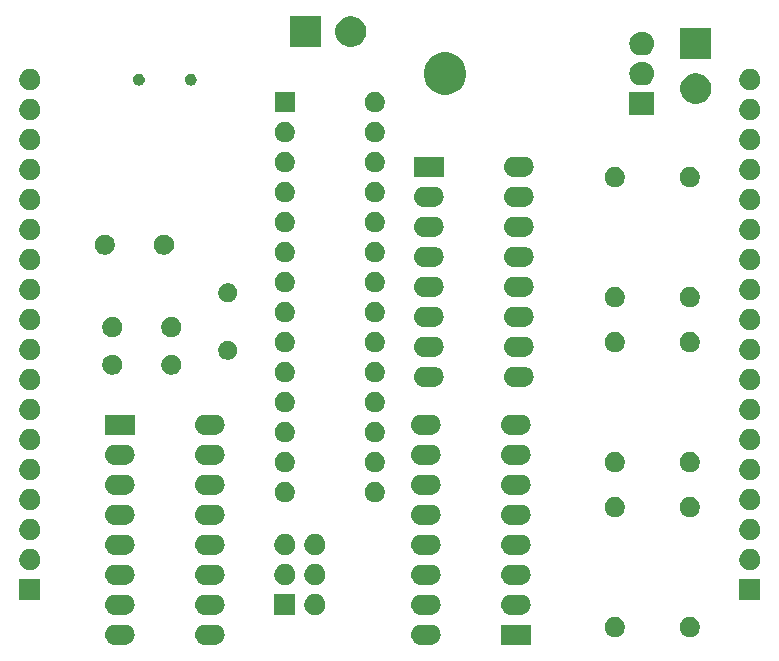
<source format=gbr>
G04 #@! TF.GenerationSoftware,KiCad,Pcbnew,(5.1.5)-3*
G04 #@! TF.CreationDate,2020-03-12T17:38:11-04:00*
G04 #@! TF.ProjectId,PCB,5043422e-6b69-4636-9164-5f7063625858,rev?*
G04 #@! TF.SameCoordinates,Original*
G04 #@! TF.FileFunction,Soldermask,Bot*
G04 #@! TF.FilePolarity,Negative*
%FSLAX46Y46*%
G04 Gerber Fmt 4.6, Leading zero omitted, Abs format (unit mm)*
G04 Created by KiCad (PCBNEW (5.1.5)-3) date 2020-03-12 17:38:11*
%MOMM*%
%LPD*%
G04 APERTURE LIST*
%ADD10C,0.100000*%
G04 APERTURE END LIST*
D10*
G36*
X146539000Y-149441000D02*
G01*
X144037000Y-149441000D01*
X144037000Y-147739000D01*
X146539000Y-147739000D01*
X146539000Y-149441000D01*
G37*
G36*
X138234823Y-147751313D02*
G01*
X138395242Y-147799976D01*
X138527906Y-147870886D01*
X138543078Y-147878996D01*
X138672659Y-147985341D01*
X138779004Y-148114922D01*
X138779005Y-148114924D01*
X138858024Y-148262758D01*
X138906687Y-148423177D01*
X138923117Y-148590000D01*
X138906687Y-148756823D01*
X138858024Y-148917242D01*
X138787114Y-149049906D01*
X138779004Y-149065078D01*
X138672659Y-149194659D01*
X138543078Y-149301004D01*
X138543076Y-149301005D01*
X138395242Y-149380024D01*
X138234823Y-149428687D01*
X138109804Y-149441000D01*
X137226196Y-149441000D01*
X137101177Y-149428687D01*
X136940758Y-149380024D01*
X136792924Y-149301005D01*
X136792922Y-149301004D01*
X136663341Y-149194659D01*
X136556996Y-149065078D01*
X136548886Y-149049906D01*
X136477976Y-148917242D01*
X136429313Y-148756823D01*
X136412883Y-148590000D01*
X136429313Y-148423177D01*
X136477976Y-148262758D01*
X136556995Y-148114924D01*
X136556996Y-148114922D01*
X136663341Y-147985341D01*
X136792922Y-147878996D01*
X136808094Y-147870886D01*
X136940758Y-147799976D01*
X137101177Y-147751313D01*
X137226196Y-147739000D01*
X138109804Y-147739000D01*
X138234823Y-147751313D01*
G37*
G36*
X119946823Y-147751313D02*
G01*
X120107242Y-147799976D01*
X120239906Y-147870886D01*
X120255078Y-147878996D01*
X120384659Y-147985341D01*
X120491004Y-148114922D01*
X120491005Y-148114924D01*
X120570024Y-148262758D01*
X120618687Y-148423177D01*
X120635117Y-148590000D01*
X120618687Y-148756823D01*
X120570024Y-148917242D01*
X120499114Y-149049906D01*
X120491004Y-149065078D01*
X120384659Y-149194659D01*
X120255078Y-149301004D01*
X120255076Y-149301005D01*
X120107242Y-149380024D01*
X119946823Y-149428687D01*
X119821804Y-149441000D01*
X118938196Y-149441000D01*
X118813177Y-149428687D01*
X118652758Y-149380024D01*
X118504924Y-149301005D01*
X118504922Y-149301004D01*
X118375341Y-149194659D01*
X118268996Y-149065078D01*
X118260886Y-149049906D01*
X118189976Y-148917242D01*
X118141313Y-148756823D01*
X118124883Y-148590000D01*
X118141313Y-148423177D01*
X118189976Y-148262758D01*
X118268995Y-148114924D01*
X118268996Y-148114922D01*
X118375341Y-147985341D01*
X118504922Y-147878996D01*
X118520094Y-147870886D01*
X118652758Y-147799976D01*
X118813177Y-147751313D01*
X118938196Y-147739000D01*
X119821804Y-147739000D01*
X119946823Y-147751313D01*
G37*
G36*
X112326823Y-147751313D02*
G01*
X112487242Y-147799976D01*
X112619906Y-147870886D01*
X112635078Y-147878996D01*
X112764659Y-147985341D01*
X112871004Y-148114922D01*
X112871005Y-148114924D01*
X112950024Y-148262758D01*
X112998687Y-148423177D01*
X113015117Y-148590000D01*
X112998687Y-148756823D01*
X112950024Y-148917242D01*
X112879114Y-149049906D01*
X112871004Y-149065078D01*
X112764659Y-149194659D01*
X112635078Y-149301004D01*
X112635076Y-149301005D01*
X112487242Y-149380024D01*
X112326823Y-149428687D01*
X112201804Y-149441000D01*
X111318196Y-149441000D01*
X111193177Y-149428687D01*
X111032758Y-149380024D01*
X110884924Y-149301005D01*
X110884922Y-149301004D01*
X110755341Y-149194659D01*
X110648996Y-149065078D01*
X110640886Y-149049906D01*
X110569976Y-148917242D01*
X110521313Y-148756823D01*
X110504883Y-148590000D01*
X110521313Y-148423177D01*
X110569976Y-148262758D01*
X110648995Y-148114924D01*
X110648996Y-148114922D01*
X110755341Y-147985341D01*
X110884922Y-147878996D01*
X110900094Y-147870886D01*
X111032758Y-147799976D01*
X111193177Y-147751313D01*
X111318196Y-147739000D01*
X112201804Y-147739000D01*
X112326823Y-147751313D01*
G37*
G36*
X153918228Y-147136703D02*
G01*
X154073100Y-147200853D01*
X154212481Y-147293985D01*
X154331015Y-147412519D01*
X154424147Y-147551900D01*
X154488297Y-147706772D01*
X154521000Y-147871184D01*
X154521000Y-148038816D01*
X154488297Y-148203228D01*
X154424147Y-148358100D01*
X154331015Y-148497481D01*
X154212481Y-148616015D01*
X154073100Y-148709147D01*
X153918228Y-148773297D01*
X153753816Y-148806000D01*
X153586184Y-148806000D01*
X153421772Y-148773297D01*
X153266900Y-148709147D01*
X153127519Y-148616015D01*
X153008985Y-148497481D01*
X152915853Y-148358100D01*
X152851703Y-148203228D01*
X152819000Y-148038816D01*
X152819000Y-147871184D01*
X152851703Y-147706772D01*
X152915853Y-147551900D01*
X153008985Y-147412519D01*
X153127519Y-147293985D01*
X153266900Y-147200853D01*
X153421772Y-147136703D01*
X153586184Y-147104000D01*
X153753816Y-147104000D01*
X153918228Y-147136703D01*
G37*
G36*
X160268228Y-147136703D02*
G01*
X160423100Y-147200853D01*
X160562481Y-147293985D01*
X160681015Y-147412519D01*
X160774147Y-147551900D01*
X160838297Y-147706772D01*
X160871000Y-147871184D01*
X160871000Y-148038816D01*
X160838297Y-148203228D01*
X160774147Y-148358100D01*
X160681015Y-148497481D01*
X160562481Y-148616015D01*
X160423100Y-148709147D01*
X160268228Y-148773297D01*
X160103816Y-148806000D01*
X159936184Y-148806000D01*
X159771772Y-148773297D01*
X159616900Y-148709147D01*
X159477519Y-148616015D01*
X159358985Y-148497481D01*
X159265853Y-148358100D01*
X159201703Y-148203228D01*
X159169000Y-148038816D01*
X159169000Y-147871184D01*
X159201703Y-147706772D01*
X159265853Y-147551900D01*
X159358985Y-147412519D01*
X159477519Y-147293985D01*
X159616900Y-147200853D01*
X159771772Y-147136703D01*
X159936184Y-147104000D01*
X160103816Y-147104000D01*
X160268228Y-147136703D01*
G37*
G36*
X126631000Y-146951000D02*
G01*
X124829000Y-146951000D01*
X124829000Y-145149000D01*
X126631000Y-145149000D01*
X126631000Y-146951000D01*
G37*
G36*
X128383512Y-145153927D02*
G01*
X128532812Y-145183624D01*
X128696784Y-145251544D01*
X128844354Y-145350147D01*
X128969853Y-145475646D01*
X129068456Y-145623216D01*
X129136376Y-145787188D01*
X129171000Y-145961259D01*
X129171000Y-146138741D01*
X129136376Y-146312812D01*
X129068456Y-146476784D01*
X128969853Y-146624354D01*
X128844354Y-146749853D01*
X128696784Y-146848456D01*
X128532812Y-146916376D01*
X128383512Y-146946073D01*
X128358742Y-146951000D01*
X128181258Y-146951000D01*
X128156488Y-146946073D01*
X128007188Y-146916376D01*
X127843216Y-146848456D01*
X127695646Y-146749853D01*
X127570147Y-146624354D01*
X127471544Y-146476784D01*
X127403624Y-146312812D01*
X127369000Y-146138741D01*
X127369000Y-145961259D01*
X127403624Y-145787188D01*
X127471544Y-145623216D01*
X127570147Y-145475646D01*
X127695646Y-145350147D01*
X127843216Y-145251544D01*
X128007188Y-145183624D01*
X128156488Y-145153927D01*
X128181258Y-145149000D01*
X128358742Y-145149000D01*
X128383512Y-145153927D01*
G37*
G36*
X145854823Y-145211313D02*
G01*
X146015242Y-145259976D01*
X146147906Y-145330886D01*
X146163078Y-145338996D01*
X146292659Y-145445341D01*
X146399004Y-145574922D01*
X146399005Y-145574924D01*
X146478024Y-145722758D01*
X146526687Y-145883177D01*
X146543117Y-146050000D01*
X146526687Y-146216823D01*
X146478024Y-146377242D01*
X146407114Y-146509906D01*
X146399004Y-146525078D01*
X146292659Y-146654659D01*
X146163078Y-146761004D01*
X146163076Y-146761005D01*
X146015242Y-146840024D01*
X145854823Y-146888687D01*
X145729804Y-146901000D01*
X144846196Y-146901000D01*
X144721177Y-146888687D01*
X144560758Y-146840024D01*
X144412924Y-146761005D01*
X144412922Y-146761004D01*
X144283341Y-146654659D01*
X144176996Y-146525078D01*
X144168886Y-146509906D01*
X144097976Y-146377242D01*
X144049313Y-146216823D01*
X144032883Y-146050000D01*
X144049313Y-145883177D01*
X144097976Y-145722758D01*
X144176995Y-145574924D01*
X144176996Y-145574922D01*
X144283341Y-145445341D01*
X144412922Y-145338996D01*
X144428094Y-145330886D01*
X144560758Y-145259976D01*
X144721177Y-145211313D01*
X144846196Y-145199000D01*
X145729804Y-145199000D01*
X145854823Y-145211313D01*
G37*
G36*
X138234823Y-145211313D02*
G01*
X138395242Y-145259976D01*
X138527906Y-145330886D01*
X138543078Y-145338996D01*
X138672659Y-145445341D01*
X138779004Y-145574922D01*
X138779005Y-145574924D01*
X138858024Y-145722758D01*
X138906687Y-145883177D01*
X138923117Y-146050000D01*
X138906687Y-146216823D01*
X138858024Y-146377242D01*
X138787114Y-146509906D01*
X138779004Y-146525078D01*
X138672659Y-146654659D01*
X138543078Y-146761004D01*
X138543076Y-146761005D01*
X138395242Y-146840024D01*
X138234823Y-146888687D01*
X138109804Y-146901000D01*
X137226196Y-146901000D01*
X137101177Y-146888687D01*
X136940758Y-146840024D01*
X136792924Y-146761005D01*
X136792922Y-146761004D01*
X136663341Y-146654659D01*
X136556996Y-146525078D01*
X136548886Y-146509906D01*
X136477976Y-146377242D01*
X136429313Y-146216823D01*
X136412883Y-146050000D01*
X136429313Y-145883177D01*
X136477976Y-145722758D01*
X136556995Y-145574924D01*
X136556996Y-145574922D01*
X136663341Y-145445341D01*
X136792922Y-145338996D01*
X136808094Y-145330886D01*
X136940758Y-145259976D01*
X137101177Y-145211313D01*
X137226196Y-145199000D01*
X138109804Y-145199000D01*
X138234823Y-145211313D01*
G37*
G36*
X119946823Y-145211313D02*
G01*
X120107242Y-145259976D01*
X120239906Y-145330886D01*
X120255078Y-145338996D01*
X120384659Y-145445341D01*
X120491004Y-145574922D01*
X120491005Y-145574924D01*
X120570024Y-145722758D01*
X120618687Y-145883177D01*
X120635117Y-146050000D01*
X120618687Y-146216823D01*
X120570024Y-146377242D01*
X120499114Y-146509906D01*
X120491004Y-146525078D01*
X120384659Y-146654659D01*
X120255078Y-146761004D01*
X120255076Y-146761005D01*
X120107242Y-146840024D01*
X119946823Y-146888687D01*
X119821804Y-146901000D01*
X118938196Y-146901000D01*
X118813177Y-146888687D01*
X118652758Y-146840024D01*
X118504924Y-146761005D01*
X118504922Y-146761004D01*
X118375341Y-146654659D01*
X118268996Y-146525078D01*
X118260886Y-146509906D01*
X118189976Y-146377242D01*
X118141313Y-146216823D01*
X118124883Y-146050000D01*
X118141313Y-145883177D01*
X118189976Y-145722758D01*
X118268995Y-145574924D01*
X118268996Y-145574922D01*
X118375341Y-145445341D01*
X118504922Y-145338996D01*
X118520094Y-145330886D01*
X118652758Y-145259976D01*
X118813177Y-145211313D01*
X118938196Y-145199000D01*
X119821804Y-145199000D01*
X119946823Y-145211313D01*
G37*
G36*
X112326823Y-145211313D02*
G01*
X112487242Y-145259976D01*
X112619906Y-145330886D01*
X112635078Y-145338996D01*
X112764659Y-145445341D01*
X112871004Y-145574922D01*
X112871005Y-145574924D01*
X112950024Y-145722758D01*
X112998687Y-145883177D01*
X113015117Y-146050000D01*
X112998687Y-146216823D01*
X112950024Y-146377242D01*
X112879114Y-146509906D01*
X112871004Y-146525078D01*
X112764659Y-146654659D01*
X112635078Y-146761004D01*
X112635076Y-146761005D01*
X112487242Y-146840024D01*
X112326823Y-146888687D01*
X112201804Y-146901000D01*
X111318196Y-146901000D01*
X111193177Y-146888687D01*
X111032758Y-146840024D01*
X110884924Y-146761005D01*
X110884922Y-146761004D01*
X110755341Y-146654659D01*
X110648996Y-146525078D01*
X110640886Y-146509906D01*
X110569976Y-146377242D01*
X110521313Y-146216823D01*
X110504883Y-146050000D01*
X110521313Y-145883177D01*
X110569976Y-145722758D01*
X110648995Y-145574924D01*
X110648996Y-145574922D01*
X110755341Y-145445341D01*
X110884922Y-145338996D01*
X110900094Y-145330886D01*
X111032758Y-145259976D01*
X111193177Y-145211313D01*
X111318196Y-145199000D01*
X112201804Y-145199000D01*
X112326823Y-145211313D01*
G37*
G36*
X105041000Y-145681000D02*
G01*
X103239000Y-145681000D01*
X103239000Y-143879000D01*
X105041000Y-143879000D01*
X105041000Y-145681000D01*
G37*
G36*
X166001000Y-145681000D02*
G01*
X164199000Y-145681000D01*
X164199000Y-143879000D01*
X166001000Y-143879000D01*
X166001000Y-145681000D01*
G37*
G36*
X128383512Y-142613927D02*
G01*
X128532812Y-142643624D01*
X128696784Y-142711544D01*
X128844354Y-142810147D01*
X128969853Y-142935646D01*
X129068456Y-143083216D01*
X129136376Y-143247188D01*
X129171000Y-143421259D01*
X129171000Y-143598741D01*
X129136376Y-143772812D01*
X129068456Y-143936784D01*
X128969853Y-144084354D01*
X128844354Y-144209853D01*
X128696784Y-144308456D01*
X128532812Y-144376376D01*
X128383512Y-144406073D01*
X128358742Y-144411000D01*
X128181258Y-144411000D01*
X128156488Y-144406073D01*
X128007188Y-144376376D01*
X127843216Y-144308456D01*
X127695646Y-144209853D01*
X127570147Y-144084354D01*
X127471544Y-143936784D01*
X127403624Y-143772812D01*
X127369000Y-143598741D01*
X127369000Y-143421259D01*
X127403624Y-143247188D01*
X127471544Y-143083216D01*
X127570147Y-142935646D01*
X127695646Y-142810147D01*
X127843216Y-142711544D01*
X128007188Y-142643624D01*
X128156488Y-142613927D01*
X128181258Y-142609000D01*
X128358742Y-142609000D01*
X128383512Y-142613927D01*
G37*
G36*
X125843512Y-142613927D02*
G01*
X125992812Y-142643624D01*
X126156784Y-142711544D01*
X126304354Y-142810147D01*
X126429853Y-142935646D01*
X126528456Y-143083216D01*
X126596376Y-143247188D01*
X126631000Y-143421259D01*
X126631000Y-143598741D01*
X126596376Y-143772812D01*
X126528456Y-143936784D01*
X126429853Y-144084354D01*
X126304354Y-144209853D01*
X126156784Y-144308456D01*
X125992812Y-144376376D01*
X125843512Y-144406073D01*
X125818742Y-144411000D01*
X125641258Y-144411000D01*
X125616488Y-144406073D01*
X125467188Y-144376376D01*
X125303216Y-144308456D01*
X125155646Y-144209853D01*
X125030147Y-144084354D01*
X124931544Y-143936784D01*
X124863624Y-143772812D01*
X124829000Y-143598741D01*
X124829000Y-143421259D01*
X124863624Y-143247188D01*
X124931544Y-143083216D01*
X125030147Y-142935646D01*
X125155646Y-142810147D01*
X125303216Y-142711544D01*
X125467188Y-142643624D01*
X125616488Y-142613927D01*
X125641258Y-142609000D01*
X125818742Y-142609000D01*
X125843512Y-142613927D01*
G37*
G36*
X138234823Y-142671313D02*
G01*
X138395242Y-142719976D01*
X138527906Y-142790886D01*
X138543078Y-142798996D01*
X138672659Y-142905341D01*
X138779004Y-143034922D01*
X138779005Y-143034924D01*
X138858024Y-143182758D01*
X138906687Y-143343177D01*
X138923117Y-143510000D01*
X138906687Y-143676823D01*
X138858024Y-143837242D01*
X138787114Y-143969906D01*
X138779004Y-143985078D01*
X138672659Y-144114659D01*
X138543078Y-144221004D01*
X138543076Y-144221005D01*
X138395242Y-144300024D01*
X138234823Y-144348687D01*
X138109804Y-144361000D01*
X137226196Y-144361000D01*
X137101177Y-144348687D01*
X136940758Y-144300024D01*
X136792924Y-144221005D01*
X136792922Y-144221004D01*
X136663341Y-144114659D01*
X136556996Y-143985078D01*
X136548886Y-143969906D01*
X136477976Y-143837242D01*
X136429313Y-143676823D01*
X136412883Y-143510000D01*
X136429313Y-143343177D01*
X136477976Y-143182758D01*
X136556995Y-143034924D01*
X136556996Y-143034922D01*
X136663341Y-142905341D01*
X136792922Y-142798996D01*
X136808094Y-142790886D01*
X136940758Y-142719976D01*
X137101177Y-142671313D01*
X137226196Y-142659000D01*
X138109804Y-142659000D01*
X138234823Y-142671313D01*
G37*
G36*
X145854823Y-142671313D02*
G01*
X146015242Y-142719976D01*
X146147906Y-142790886D01*
X146163078Y-142798996D01*
X146292659Y-142905341D01*
X146399004Y-143034922D01*
X146399005Y-143034924D01*
X146478024Y-143182758D01*
X146526687Y-143343177D01*
X146543117Y-143510000D01*
X146526687Y-143676823D01*
X146478024Y-143837242D01*
X146407114Y-143969906D01*
X146399004Y-143985078D01*
X146292659Y-144114659D01*
X146163078Y-144221004D01*
X146163076Y-144221005D01*
X146015242Y-144300024D01*
X145854823Y-144348687D01*
X145729804Y-144361000D01*
X144846196Y-144361000D01*
X144721177Y-144348687D01*
X144560758Y-144300024D01*
X144412924Y-144221005D01*
X144412922Y-144221004D01*
X144283341Y-144114659D01*
X144176996Y-143985078D01*
X144168886Y-143969906D01*
X144097976Y-143837242D01*
X144049313Y-143676823D01*
X144032883Y-143510000D01*
X144049313Y-143343177D01*
X144097976Y-143182758D01*
X144176995Y-143034924D01*
X144176996Y-143034922D01*
X144283341Y-142905341D01*
X144412922Y-142798996D01*
X144428094Y-142790886D01*
X144560758Y-142719976D01*
X144721177Y-142671313D01*
X144846196Y-142659000D01*
X145729804Y-142659000D01*
X145854823Y-142671313D01*
G37*
G36*
X119946823Y-142671313D02*
G01*
X120107242Y-142719976D01*
X120239906Y-142790886D01*
X120255078Y-142798996D01*
X120384659Y-142905341D01*
X120491004Y-143034922D01*
X120491005Y-143034924D01*
X120570024Y-143182758D01*
X120618687Y-143343177D01*
X120635117Y-143510000D01*
X120618687Y-143676823D01*
X120570024Y-143837242D01*
X120499114Y-143969906D01*
X120491004Y-143985078D01*
X120384659Y-144114659D01*
X120255078Y-144221004D01*
X120255076Y-144221005D01*
X120107242Y-144300024D01*
X119946823Y-144348687D01*
X119821804Y-144361000D01*
X118938196Y-144361000D01*
X118813177Y-144348687D01*
X118652758Y-144300024D01*
X118504924Y-144221005D01*
X118504922Y-144221004D01*
X118375341Y-144114659D01*
X118268996Y-143985078D01*
X118260886Y-143969906D01*
X118189976Y-143837242D01*
X118141313Y-143676823D01*
X118124883Y-143510000D01*
X118141313Y-143343177D01*
X118189976Y-143182758D01*
X118268995Y-143034924D01*
X118268996Y-143034922D01*
X118375341Y-142905341D01*
X118504922Y-142798996D01*
X118520094Y-142790886D01*
X118652758Y-142719976D01*
X118813177Y-142671313D01*
X118938196Y-142659000D01*
X119821804Y-142659000D01*
X119946823Y-142671313D01*
G37*
G36*
X112326823Y-142671313D02*
G01*
X112487242Y-142719976D01*
X112619906Y-142790886D01*
X112635078Y-142798996D01*
X112764659Y-142905341D01*
X112871004Y-143034922D01*
X112871005Y-143034924D01*
X112950024Y-143182758D01*
X112998687Y-143343177D01*
X113015117Y-143510000D01*
X112998687Y-143676823D01*
X112950024Y-143837242D01*
X112879114Y-143969906D01*
X112871004Y-143985078D01*
X112764659Y-144114659D01*
X112635078Y-144221004D01*
X112635076Y-144221005D01*
X112487242Y-144300024D01*
X112326823Y-144348687D01*
X112201804Y-144361000D01*
X111318196Y-144361000D01*
X111193177Y-144348687D01*
X111032758Y-144300024D01*
X110884924Y-144221005D01*
X110884922Y-144221004D01*
X110755341Y-144114659D01*
X110648996Y-143985078D01*
X110640886Y-143969906D01*
X110569976Y-143837242D01*
X110521313Y-143676823D01*
X110504883Y-143510000D01*
X110521313Y-143343177D01*
X110569976Y-143182758D01*
X110648995Y-143034924D01*
X110648996Y-143034922D01*
X110755341Y-142905341D01*
X110884922Y-142798996D01*
X110900094Y-142790886D01*
X111032758Y-142719976D01*
X111193177Y-142671313D01*
X111318196Y-142659000D01*
X112201804Y-142659000D01*
X112326823Y-142671313D01*
G37*
G36*
X104253512Y-141343927D02*
G01*
X104402812Y-141373624D01*
X104566784Y-141441544D01*
X104714354Y-141540147D01*
X104839853Y-141665646D01*
X104938456Y-141813216D01*
X105006376Y-141977188D01*
X105041000Y-142151259D01*
X105041000Y-142328741D01*
X105006376Y-142502812D01*
X104938456Y-142666784D01*
X104839853Y-142814354D01*
X104714354Y-142939853D01*
X104566784Y-143038456D01*
X104402812Y-143106376D01*
X104253512Y-143136073D01*
X104228742Y-143141000D01*
X104051258Y-143141000D01*
X104026488Y-143136073D01*
X103877188Y-143106376D01*
X103713216Y-143038456D01*
X103565646Y-142939853D01*
X103440147Y-142814354D01*
X103341544Y-142666784D01*
X103273624Y-142502812D01*
X103239000Y-142328741D01*
X103239000Y-142151259D01*
X103273624Y-141977188D01*
X103341544Y-141813216D01*
X103440147Y-141665646D01*
X103565646Y-141540147D01*
X103713216Y-141441544D01*
X103877188Y-141373624D01*
X104026488Y-141343927D01*
X104051258Y-141339000D01*
X104228742Y-141339000D01*
X104253512Y-141343927D01*
G37*
G36*
X165213512Y-141343927D02*
G01*
X165362812Y-141373624D01*
X165526784Y-141441544D01*
X165674354Y-141540147D01*
X165799853Y-141665646D01*
X165898456Y-141813216D01*
X165966376Y-141977188D01*
X166001000Y-142151259D01*
X166001000Y-142328741D01*
X165966376Y-142502812D01*
X165898456Y-142666784D01*
X165799853Y-142814354D01*
X165674354Y-142939853D01*
X165526784Y-143038456D01*
X165362812Y-143106376D01*
X165213512Y-143136073D01*
X165188742Y-143141000D01*
X165011258Y-143141000D01*
X164986488Y-143136073D01*
X164837188Y-143106376D01*
X164673216Y-143038456D01*
X164525646Y-142939853D01*
X164400147Y-142814354D01*
X164301544Y-142666784D01*
X164233624Y-142502812D01*
X164199000Y-142328741D01*
X164199000Y-142151259D01*
X164233624Y-141977188D01*
X164301544Y-141813216D01*
X164400147Y-141665646D01*
X164525646Y-141540147D01*
X164673216Y-141441544D01*
X164837188Y-141373624D01*
X164986488Y-141343927D01*
X165011258Y-141339000D01*
X165188742Y-141339000D01*
X165213512Y-141343927D01*
G37*
G36*
X125843512Y-140073927D02*
G01*
X125992812Y-140103624D01*
X126156784Y-140171544D01*
X126304354Y-140270147D01*
X126429853Y-140395646D01*
X126528456Y-140543216D01*
X126596376Y-140707188D01*
X126631000Y-140881259D01*
X126631000Y-141058741D01*
X126596376Y-141232812D01*
X126528456Y-141396784D01*
X126429853Y-141544354D01*
X126304354Y-141669853D01*
X126156784Y-141768456D01*
X125992812Y-141836376D01*
X125843512Y-141866073D01*
X125818742Y-141871000D01*
X125641258Y-141871000D01*
X125616488Y-141866073D01*
X125467188Y-141836376D01*
X125303216Y-141768456D01*
X125155646Y-141669853D01*
X125030147Y-141544354D01*
X124931544Y-141396784D01*
X124863624Y-141232812D01*
X124829000Y-141058741D01*
X124829000Y-140881259D01*
X124863624Y-140707188D01*
X124931544Y-140543216D01*
X125030147Y-140395646D01*
X125155646Y-140270147D01*
X125303216Y-140171544D01*
X125467188Y-140103624D01*
X125616488Y-140073927D01*
X125641258Y-140069000D01*
X125818742Y-140069000D01*
X125843512Y-140073927D01*
G37*
G36*
X128383512Y-140073927D02*
G01*
X128532812Y-140103624D01*
X128696784Y-140171544D01*
X128844354Y-140270147D01*
X128969853Y-140395646D01*
X129068456Y-140543216D01*
X129136376Y-140707188D01*
X129171000Y-140881259D01*
X129171000Y-141058741D01*
X129136376Y-141232812D01*
X129068456Y-141396784D01*
X128969853Y-141544354D01*
X128844354Y-141669853D01*
X128696784Y-141768456D01*
X128532812Y-141836376D01*
X128383512Y-141866073D01*
X128358742Y-141871000D01*
X128181258Y-141871000D01*
X128156488Y-141866073D01*
X128007188Y-141836376D01*
X127843216Y-141768456D01*
X127695646Y-141669853D01*
X127570147Y-141544354D01*
X127471544Y-141396784D01*
X127403624Y-141232812D01*
X127369000Y-141058741D01*
X127369000Y-140881259D01*
X127403624Y-140707188D01*
X127471544Y-140543216D01*
X127570147Y-140395646D01*
X127695646Y-140270147D01*
X127843216Y-140171544D01*
X128007188Y-140103624D01*
X128156488Y-140073927D01*
X128181258Y-140069000D01*
X128358742Y-140069000D01*
X128383512Y-140073927D01*
G37*
G36*
X145854823Y-140131313D02*
G01*
X146015242Y-140179976D01*
X146147906Y-140250886D01*
X146163078Y-140258996D01*
X146292659Y-140365341D01*
X146399004Y-140494922D01*
X146399005Y-140494924D01*
X146478024Y-140642758D01*
X146526687Y-140803177D01*
X146543117Y-140970000D01*
X146526687Y-141136823D01*
X146478024Y-141297242D01*
X146407114Y-141429906D01*
X146399004Y-141445078D01*
X146292659Y-141574659D01*
X146163078Y-141681004D01*
X146163076Y-141681005D01*
X146015242Y-141760024D01*
X145854823Y-141808687D01*
X145729804Y-141821000D01*
X144846196Y-141821000D01*
X144721177Y-141808687D01*
X144560758Y-141760024D01*
X144412924Y-141681005D01*
X144412922Y-141681004D01*
X144283341Y-141574659D01*
X144176996Y-141445078D01*
X144168886Y-141429906D01*
X144097976Y-141297242D01*
X144049313Y-141136823D01*
X144032883Y-140970000D01*
X144049313Y-140803177D01*
X144097976Y-140642758D01*
X144176995Y-140494924D01*
X144176996Y-140494922D01*
X144283341Y-140365341D01*
X144412922Y-140258996D01*
X144428094Y-140250886D01*
X144560758Y-140179976D01*
X144721177Y-140131313D01*
X144846196Y-140119000D01*
X145729804Y-140119000D01*
X145854823Y-140131313D01*
G37*
G36*
X138234823Y-140131313D02*
G01*
X138395242Y-140179976D01*
X138527906Y-140250886D01*
X138543078Y-140258996D01*
X138672659Y-140365341D01*
X138779004Y-140494922D01*
X138779005Y-140494924D01*
X138858024Y-140642758D01*
X138906687Y-140803177D01*
X138923117Y-140970000D01*
X138906687Y-141136823D01*
X138858024Y-141297242D01*
X138787114Y-141429906D01*
X138779004Y-141445078D01*
X138672659Y-141574659D01*
X138543078Y-141681004D01*
X138543076Y-141681005D01*
X138395242Y-141760024D01*
X138234823Y-141808687D01*
X138109804Y-141821000D01*
X137226196Y-141821000D01*
X137101177Y-141808687D01*
X136940758Y-141760024D01*
X136792924Y-141681005D01*
X136792922Y-141681004D01*
X136663341Y-141574659D01*
X136556996Y-141445078D01*
X136548886Y-141429906D01*
X136477976Y-141297242D01*
X136429313Y-141136823D01*
X136412883Y-140970000D01*
X136429313Y-140803177D01*
X136477976Y-140642758D01*
X136556995Y-140494924D01*
X136556996Y-140494922D01*
X136663341Y-140365341D01*
X136792922Y-140258996D01*
X136808094Y-140250886D01*
X136940758Y-140179976D01*
X137101177Y-140131313D01*
X137226196Y-140119000D01*
X138109804Y-140119000D01*
X138234823Y-140131313D01*
G37*
G36*
X119946823Y-140131313D02*
G01*
X120107242Y-140179976D01*
X120239906Y-140250886D01*
X120255078Y-140258996D01*
X120384659Y-140365341D01*
X120491004Y-140494922D01*
X120491005Y-140494924D01*
X120570024Y-140642758D01*
X120618687Y-140803177D01*
X120635117Y-140970000D01*
X120618687Y-141136823D01*
X120570024Y-141297242D01*
X120499114Y-141429906D01*
X120491004Y-141445078D01*
X120384659Y-141574659D01*
X120255078Y-141681004D01*
X120255076Y-141681005D01*
X120107242Y-141760024D01*
X119946823Y-141808687D01*
X119821804Y-141821000D01*
X118938196Y-141821000D01*
X118813177Y-141808687D01*
X118652758Y-141760024D01*
X118504924Y-141681005D01*
X118504922Y-141681004D01*
X118375341Y-141574659D01*
X118268996Y-141445078D01*
X118260886Y-141429906D01*
X118189976Y-141297242D01*
X118141313Y-141136823D01*
X118124883Y-140970000D01*
X118141313Y-140803177D01*
X118189976Y-140642758D01*
X118268995Y-140494924D01*
X118268996Y-140494922D01*
X118375341Y-140365341D01*
X118504922Y-140258996D01*
X118520094Y-140250886D01*
X118652758Y-140179976D01*
X118813177Y-140131313D01*
X118938196Y-140119000D01*
X119821804Y-140119000D01*
X119946823Y-140131313D01*
G37*
G36*
X112326823Y-140131313D02*
G01*
X112487242Y-140179976D01*
X112619906Y-140250886D01*
X112635078Y-140258996D01*
X112764659Y-140365341D01*
X112871004Y-140494922D01*
X112871005Y-140494924D01*
X112950024Y-140642758D01*
X112998687Y-140803177D01*
X113015117Y-140970000D01*
X112998687Y-141136823D01*
X112950024Y-141297242D01*
X112879114Y-141429906D01*
X112871004Y-141445078D01*
X112764659Y-141574659D01*
X112635078Y-141681004D01*
X112635076Y-141681005D01*
X112487242Y-141760024D01*
X112326823Y-141808687D01*
X112201804Y-141821000D01*
X111318196Y-141821000D01*
X111193177Y-141808687D01*
X111032758Y-141760024D01*
X110884924Y-141681005D01*
X110884922Y-141681004D01*
X110755341Y-141574659D01*
X110648996Y-141445078D01*
X110640886Y-141429906D01*
X110569976Y-141297242D01*
X110521313Y-141136823D01*
X110504883Y-140970000D01*
X110521313Y-140803177D01*
X110569976Y-140642758D01*
X110648995Y-140494924D01*
X110648996Y-140494922D01*
X110755341Y-140365341D01*
X110884922Y-140258996D01*
X110900094Y-140250886D01*
X111032758Y-140179976D01*
X111193177Y-140131313D01*
X111318196Y-140119000D01*
X112201804Y-140119000D01*
X112326823Y-140131313D01*
G37*
G36*
X165213512Y-138803927D02*
G01*
X165362812Y-138833624D01*
X165526784Y-138901544D01*
X165674354Y-139000147D01*
X165799853Y-139125646D01*
X165898456Y-139273216D01*
X165966376Y-139437188D01*
X166001000Y-139611259D01*
X166001000Y-139788741D01*
X165966376Y-139962812D01*
X165898456Y-140126784D01*
X165799853Y-140274354D01*
X165674354Y-140399853D01*
X165526784Y-140498456D01*
X165362812Y-140566376D01*
X165213512Y-140596073D01*
X165188742Y-140601000D01*
X165011258Y-140601000D01*
X164986488Y-140596073D01*
X164837188Y-140566376D01*
X164673216Y-140498456D01*
X164525646Y-140399853D01*
X164400147Y-140274354D01*
X164301544Y-140126784D01*
X164233624Y-139962812D01*
X164199000Y-139788741D01*
X164199000Y-139611259D01*
X164233624Y-139437188D01*
X164301544Y-139273216D01*
X164400147Y-139125646D01*
X164525646Y-139000147D01*
X164673216Y-138901544D01*
X164837188Y-138833624D01*
X164986488Y-138803927D01*
X165011258Y-138799000D01*
X165188742Y-138799000D01*
X165213512Y-138803927D01*
G37*
G36*
X104253512Y-138803927D02*
G01*
X104402812Y-138833624D01*
X104566784Y-138901544D01*
X104714354Y-139000147D01*
X104839853Y-139125646D01*
X104938456Y-139273216D01*
X105006376Y-139437188D01*
X105041000Y-139611259D01*
X105041000Y-139788741D01*
X105006376Y-139962812D01*
X104938456Y-140126784D01*
X104839853Y-140274354D01*
X104714354Y-140399853D01*
X104566784Y-140498456D01*
X104402812Y-140566376D01*
X104253512Y-140596073D01*
X104228742Y-140601000D01*
X104051258Y-140601000D01*
X104026488Y-140596073D01*
X103877188Y-140566376D01*
X103713216Y-140498456D01*
X103565646Y-140399853D01*
X103440147Y-140274354D01*
X103341544Y-140126784D01*
X103273624Y-139962812D01*
X103239000Y-139788741D01*
X103239000Y-139611259D01*
X103273624Y-139437188D01*
X103341544Y-139273216D01*
X103440147Y-139125646D01*
X103565646Y-139000147D01*
X103713216Y-138901544D01*
X103877188Y-138833624D01*
X104026488Y-138803927D01*
X104051258Y-138799000D01*
X104228742Y-138799000D01*
X104253512Y-138803927D01*
G37*
G36*
X119946823Y-137591313D02*
G01*
X120107242Y-137639976D01*
X120239906Y-137710886D01*
X120255078Y-137718996D01*
X120384659Y-137825341D01*
X120491004Y-137954922D01*
X120491005Y-137954924D01*
X120570024Y-138102758D01*
X120618687Y-138263177D01*
X120635117Y-138430000D01*
X120618687Y-138596823D01*
X120570024Y-138757242D01*
X120529197Y-138833624D01*
X120491004Y-138905078D01*
X120384659Y-139034659D01*
X120255078Y-139141004D01*
X120255076Y-139141005D01*
X120107242Y-139220024D01*
X119946823Y-139268687D01*
X119821804Y-139281000D01*
X118938196Y-139281000D01*
X118813177Y-139268687D01*
X118652758Y-139220024D01*
X118504924Y-139141005D01*
X118504922Y-139141004D01*
X118375341Y-139034659D01*
X118268996Y-138905078D01*
X118230803Y-138833624D01*
X118189976Y-138757242D01*
X118141313Y-138596823D01*
X118124883Y-138430000D01*
X118141313Y-138263177D01*
X118189976Y-138102758D01*
X118268995Y-137954924D01*
X118268996Y-137954922D01*
X118375341Y-137825341D01*
X118504922Y-137718996D01*
X118520094Y-137710886D01*
X118652758Y-137639976D01*
X118813177Y-137591313D01*
X118938196Y-137579000D01*
X119821804Y-137579000D01*
X119946823Y-137591313D01*
G37*
G36*
X145854823Y-137591313D02*
G01*
X146015242Y-137639976D01*
X146147906Y-137710886D01*
X146163078Y-137718996D01*
X146292659Y-137825341D01*
X146399004Y-137954922D01*
X146399005Y-137954924D01*
X146478024Y-138102758D01*
X146526687Y-138263177D01*
X146543117Y-138430000D01*
X146526687Y-138596823D01*
X146478024Y-138757242D01*
X146437197Y-138833624D01*
X146399004Y-138905078D01*
X146292659Y-139034659D01*
X146163078Y-139141004D01*
X146163076Y-139141005D01*
X146015242Y-139220024D01*
X145854823Y-139268687D01*
X145729804Y-139281000D01*
X144846196Y-139281000D01*
X144721177Y-139268687D01*
X144560758Y-139220024D01*
X144412924Y-139141005D01*
X144412922Y-139141004D01*
X144283341Y-139034659D01*
X144176996Y-138905078D01*
X144138803Y-138833624D01*
X144097976Y-138757242D01*
X144049313Y-138596823D01*
X144032883Y-138430000D01*
X144049313Y-138263177D01*
X144097976Y-138102758D01*
X144176995Y-137954924D01*
X144176996Y-137954922D01*
X144283341Y-137825341D01*
X144412922Y-137718996D01*
X144428094Y-137710886D01*
X144560758Y-137639976D01*
X144721177Y-137591313D01*
X144846196Y-137579000D01*
X145729804Y-137579000D01*
X145854823Y-137591313D01*
G37*
G36*
X138234823Y-137591313D02*
G01*
X138395242Y-137639976D01*
X138527906Y-137710886D01*
X138543078Y-137718996D01*
X138672659Y-137825341D01*
X138779004Y-137954922D01*
X138779005Y-137954924D01*
X138858024Y-138102758D01*
X138906687Y-138263177D01*
X138923117Y-138430000D01*
X138906687Y-138596823D01*
X138858024Y-138757242D01*
X138817197Y-138833624D01*
X138779004Y-138905078D01*
X138672659Y-139034659D01*
X138543078Y-139141004D01*
X138543076Y-139141005D01*
X138395242Y-139220024D01*
X138234823Y-139268687D01*
X138109804Y-139281000D01*
X137226196Y-139281000D01*
X137101177Y-139268687D01*
X136940758Y-139220024D01*
X136792924Y-139141005D01*
X136792922Y-139141004D01*
X136663341Y-139034659D01*
X136556996Y-138905078D01*
X136518803Y-138833624D01*
X136477976Y-138757242D01*
X136429313Y-138596823D01*
X136412883Y-138430000D01*
X136429313Y-138263177D01*
X136477976Y-138102758D01*
X136556995Y-137954924D01*
X136556996Y-137954922D01*
X136663341Y-137825341D01*
X136792922Y-137718996D01*
X136808094Y-137710886D01*
X136940758Y-137639976D01*
X137101177Y-137591313D01*
X137226196Y-137579000D01*
X138109804Y-137579000D01*
X138234823Y-137591313D01*
G37*
G36*
X112326823Y-137591313D02*
G01*
X112487242Y-137639976D01*
X112619906Y-137710886D01*
X112635078Y-137718996D01*
X112764659Y-137825341D01*
X112871004Y-137954922D01*
X112871005Y-137954924D01*
X112950024Y-138102758D01*
X112998687Y-138263177D01*
X113015117Y-138430000D01*
X112998687Y-138596823D01*
X112950024Y-138757242D01*
X112909197Y-138833624D01*
X112871004Y-138905078D01*
X112764659Y-139034659D01*
X112635078Y-139141004D01*
X112635076Y-139141005D01*
X112487242Y-139220024D01*
X112326823Y-139268687D01*
X112201804Y-139281000D01*
X111318196Y-139281000D01*
X111193177Y-139268687D01*
X111032758Y-139220024D01*
X110884924Y-139141005D01*
X110884922Y-139141004D01*
X110755341Y-139034659D01*
X110648996Y-138905078D01*
X110610803Y-138833624D01*
X110569976Y-138757242D01*
X110521313Y-138596823D01*
X110504883Y-138430000D01*
X110521313Y-138263177D01*
X110569976Y-138102758D01*
X110648995Y-137954924D01*
X110648996Y-137954922D01*
X110755341Y-137825341D01*
X110884922Y-137718996D01*
X110900094Y-137710886D01*
X111032758Y-137639976D01*
X111193177Y-137591313D01*
X111318196Y-137579000D01*
X112201804Y-137579000D01*
X112326823Y-137591313D01*
G37*
G36*
X160268228Y-136976703D02*
G01*
X160423100Y-137040853D01*
X160562481Y-137133985D01*
X160681015Y-137252519D01*
X160774147Y-137391900D01*
X160838297Y-137546772D01*
X160871000Y-137711184D01*
X160871000Y-137878816D01*
X160838297Y-138043228D01*
X160774147Y-138198100D01*
X160681015Y-138337481D01*
X160562481Y-138456015D01*
X160423100Y-138549147D01*
X160268228Y-138613297D01*
X160103816Y-138646000D01*
X159936184Y-138646000D01*
X159771772Y-138613297D01*
X159616900Y-138549147D01*
X159477519Y-138456015D01*
X159358985Y-138337481D01*
X159265853Y-138198100D01*
X159201703Y-138043228D01*
X159169000Y-137878816D01*
X159169000Y-137711184D01*
X159201703Y-137546772D01*
X159265853Y-137391900D01*
X159358985Y-137252519D01*
X159477519Y-137133985D01*
X159616900Y-137040853D01*
X159771772Y-136976703D01*
X159936184Y-136944000D01*
X160103816Y-136944000D01*
X160268228Y-136976703D01*
G37*
G36*
X153918228Y-136976703D02*
G01*
X154073100Y-137040853D01*
X154212481Y-137133985D01*
X154331015Y-137252519D01*
X154424147Y-137391900D01*
X154488297Y-137546772D01*
X154521000Y-137711184D01*
X154521000Y-137878816D01*
X154488297Y-138043228D01*
X154424147Y-138198100D01*
X154331015Y-138337481D01*
X154212481Y-138456015D01*
X154073100Y-138549147D01*
X153918228Y-138613297D01*
X153753816Y-138646000D01*
X153586184Y-138646000D01*
X153421772Y-138613297D01*
X153266900Y-138549147D01*
X153127519Y-138456015D01*
X153008985Y-138337481D01*
X152915853Y-138198100D01*
X152851703Y-138043228D01*
X152819000Y-137878816D01*
X152819000Y-137711184D01*
X152851703Y-137546772D01*
X152915853Y-137391900D01*
X153008985Y-137252519D01*
X153127519Y-137133985D01*
X153266900Y-137040853D01*
X153421772Y-136976703D01*
X153586184Y-136944000D01*
X153753816Y-136944000D01*
X153918228Y-136976703D01*
G37*
G36*
X104253512Y-136263927D02*
G01*
X104402812Y-136293624D01*
X104566784Y-136361544D01*
X104714354Y-136460147D01*
X104839853Y-136585646D01*
X104938456Y-136733216D01*
X105006376Y-136897188D01*
X105041000Y-137071259D01*
X105041000Y-137248741D01*
X105006376Y-137422812D01*
X104938456Y-137586784D01*
X104839853Y-137734354D01*
X104714354Y-137859853D01*
X104566784Y-137958456D01*
X104402812Y-138026376D01*
X104253512Y-138056073D01*
X104228742Y-138061000D01*
X104051258Y-138061000D01*
X104026488Y-138056073D01*
X103877188Y-138026376D01*
X103713216Y-137958456D01*
X103565646Y-137859853D01*
X103440147Y-137734354D01*
X103341544Y-137586784D01*
X103273624Y-137422812D01*
X103239000Y-137248741D01*
X103239000Y-137071259D01*
X103273624Y-136897188D01*
X103341544Y-136733216D01*
X103440147Y-136585646D01*
X103565646Y-136460147D01*
X103713216Y-136361544D01*
X103877188Y-136293624D01*
X104026488Y-136263927D01*
X104051258Y-136259000D01*
X104228742Y-136259000D01*
X104253512Y-136263927D01*
G37*
G36*
X165213512Y-136263927D02*
G01*
X165362812Y-136293624D01*
X165526784Y-136361544D01*
X165674354Y-136460147D01*
X165799853Y-136585646D01*
X165898456Y-136733216D01*
X165966376Y-136897188D01*
X166001000Y-137071259D01*
X166001000Y-137248741D01*
X165966376Y-137422812D01*
X165898456Y-137586784D01*
X165799853Y-137734354D01*
X165674354Y-137859853D01*
X165526784Y-137958456D01*
X165362812Y-138026376D01*
X165213512Y-138056073D01*
X165188742Y-138061000D01*
X165011258Y-138061000D01*
X164986488Y-138056073D01*
X164837188Y-138026376D01*
X164673216Y-137958456D01*
X164525646Y-137859853D01*
X164400147Y-137734354D01*
X164301544Y-137586784D01*
X164233624Y-137422812D01*
X164199000Y-137248741D01*
X164199000Y-137071259D01*
X164233624Y-136897188D01*
X164301544Y-136733216D01*
X164400147Y-136585646D01*
X164525646Y-136460147D01*
X164673216Y-136361544D01*
X164837188Y-136293624D01*
X164986488Y-136263927D01*
X165011258Y-136259000D01*
X165188742Y-136259000D01*
X165213512Y-136263927D01*
G37*
G36*
X125978228Y-135706703D02*
G01*
X126133100Y-135770853D01*
X126272481Y-135863985D01*
X126391015Y-135982519D01*
X126484147Y-136121900D01*
X126548297Y-136276772D01*
X126581000Y-136441184D01*
X126581000Y-136608816D01*
X126548297Y-136773228D01*
X126484147Y-136928100D01*
X126391015Y-137067481D01*
X126272481Y-137186015D01*
X126133100Y-137279147D01*
X125978228Y-137343297D01*
X125813816Y-137376000D01*
X125646184Y-137376000D01*
X125481772Y-137343297D01*
X125326900Y-137279147D01*
X125187519Y-137186015D01*
X125068985Y-137067481D01*
X124975853Y-136928100D01*
X124911703Y-136773228D01*
X124879000Y-136608816D01*
X124879000Y-136441184D01*
X124911703Y-136276772D01*
X124975853Y-136121900D01*
X125068985Y-135982519D01*
X125187519Y-135863985D01*
X125326900Y-135770853D01*
X125481772Y-135706703D01*
X125646184Y-135674000D01*
X125813816Y-135674000D01*
X125978228Y-135706703D01*
G37*
G36*
X133598228Y-135706703D02*
G01*
X133753100Y-135770853D01*
X133892481Y-135863985D01*
X134011015Y-135982519D01*
X134104147Y-136121900D01*
X134168297Y-136276772D01*
X134201000Y-136441184D01*
X134201000Y-136608816D01*
X134168297Y-136773228D01*
X134104147Y-136928100D01*
X134011015Y-137067481D01*
X133892481Y-137186015D01*
X133753100Y-137279147D01*
X133598228Y-137343297D01*
X133433816Y-137376000D01*
X133266184Y-137376000D01*
X133101772Y-137343297D01*
X132946900Y-137279147D01*
X132807519Y-137186015D01*
X132688985Y-137067481D01*
X132595853Y-136928100D01*
X132531703Y-136773228D01*
X132499000Y-136608816D01*
X132499000Y-136441184D01*
X132531703Y-136276772D01*
X132595853Y-136121900D01*
X132688985Y-135982519D01*
X132807519Y-135863985D01*
X132946900Y-135770853D01*
X133101772Y-135706703D01*
X133266184Y-135674000D01*
X133433816Y-135674000D01*
X133598228Y-135706703D01*
G37*
G36*
X138234823Y-135051313D02*
G01*
X138395242Y-135099976D01*
X138527906Y-135170886D01*
X138543078Y-135178996D01*
X138672659Y-135285341D01*
X138779004Y-135414922D01*
X138779005Y-135414924D01*
X138858024Y-135562758D01*
X138906687Y-135723177D01*
X138923117Y-135890000D01*
X138906687Y-136056823D01*
X138858024Y-136217242D01*
X138817197Y-136293624D01*
X138779004Y-136365078D01*
X138672659Y-136494659D01*
X138543078Y-136601004D01*
X138543076Y-136601005D01*
X138395242Y-136680024D01*
X138234823Y-136728687D01*
X138109804Y-136741000D01*
X137226196Y-136741000D01*
X137101177Y-136728687D01*
X136940758Y-136680024D01*
X136792924Y-136601005D01*
X136792922Y-136601004D01*
X136663341Y-136494659D01*
X136556996Y-136365078D01*
X136518803Y-136293624D01*
X136477976Y-136217242D01*
X136429313Y-136056823D01*
X136412883Y-135890000D01*
X136429313Y-135723177D01*
X136477976Y-135562758D01*
X136556995Y-135414924D01*
X136556996Y-135414922D01*
X136663341Y-135285341D01*
X136792922Y-135178996D01*
X136808094Y-135170886D01*
X136940758Y-135099976D01*
X137101177Y-135051313D01*
X137226196Y-135039000D01*
X138109804Y-135039000D01*
X138234823Y-135051313D01*
G37*
G36*
X119946823Y-135051313D02*
G01*
X120107242Y-135099976D01*
X120239906Y-135170886D01*
X120255078Y-135178996D01*
X120384659Y-135285341D01*
X120491004Y-135414922D01*
X120491005Y-135414924D01*
X120570024Y-135562758D01*
X120618687Y-135723177D01*
X120635117Y-135890000D01*
X120618687Y-136056823D01*
X120570024Y-136217242D01*
X120529197Y-136293624D01*
X120491004Y-136365078D01*
X120384659Y-136494659D01*
X120255078Y-136601004D01*
X120255076Y-136601005D01*
X120107242Y-136680024D01*
X119946823Y-136728687D01*
X119821804Y-136741000D01*
X118938196Y-136741000D01*
X118813177Y-136728687D01*
X118652758Y-136680024D01*
X118504924Y-136601005D01*
X118504922Y-136601004D01*
X118375341Y-136494659D01*
X118268996Y-136365078D01*
X118230803Y-136293624D01*
X118189976Y-136217242D01*
X118141313Y-136056823D01*
X118124883Y-135890000D01*
X118141313Y-135723177D01*
X118189976Y-135562758D01*
X118268995Y-135414924D01*
X118268996Y-135414922D01*
X118375341Y-135285341D01*
X118504922Y-135178996D01*
X118520094Y-135170886D01*
X118652758Y-135099976D01*
X118813177Y-135051313D01*
X118938196Y-135039000D01*
X119821804Y-135039000D01*
X119946823Y-135051313D01*
G37*
G36*
X112326823Y-135051313D02*
G01*
X112487242Y-135099976D01*
X112619906Y-135170886D01*
X112635078Y-135178996D01*
X112764659Y-135285341D01*
X112871004Y-135414922D01*
X112871005Y-135414924D01*
X112950024Y-135562758D01*
X112998687Y-135723177D01*
X113015117Y-135890000D01*
X112998687Y-136056823D01*
X112950024Y-136217242D01*
X112909197Y-136293624D01*
X112871004Y-136365078D01*
X112764659Y-136494659D01*
X112635078Y-136601004D01*
X112635076Y-136601005D01*
X112487242Y-136680024D01*
X112326823Y-136728687D01*
X112201804Y-136741000D01*
X111318196Y-136741000D01*
X111193177Y-136728687D01*
X111032758Y-136680024D01*
X110884924Y-136601005D01*
X110884922Y-136601004D01*
X110755341Y-136494659D01*
X110648996Y-136365078D01*
X110610803Y-136293624D01*
X110569976Y-136217242D01*
X110521313Y-136056823D01*
X110504883Y-135890000D01*
X110521313Y-135723177D01*
X110569976Y-135562758D01*
X110648995Y-135414924D01*
X110648996Y-135414922D01*
X110755341Y-135285341D01*
X110884922Y-135178996D01*
X110900094Y-135170886D01*
X111032758Y-135099976D01*
X111193177Y-135051313D01*
X111318196Y-135039000D01*
X112201804Y-135039000D01*
X112326823Y-135051313D01*
G37*
G36*
X145854823Y-135051313D02*
G01*
X146015242Y-135099976D01*
X146147906Y-135170886D01*
X146163078Y-135178996D01*
X146292659Y-135285341D01*
X146399004Y-135414922D01*
X146399005Y-135414924D01*
X146478024Y-135562758D01*
X146526687Y-135723177D01*
X146543117Y-135890000D01*
X146526687Y-136056823D01*
X146478024Y-136217242D01*
X146437197Y-136293624D01*
X146399004Y-136365078D01*
X146292659Y-136494659D01*
X146163078Y-136601004D01*
X146163076Y-136601005D01*
X146015242Y-136680024D01*
X145854823Y-136728687D01*
X145729804Y-136741000D01*
X144846196Y-136741000D01*
X144721177Y-136728687D01*
X144560758Y-136680024D01*
X144412924Y-136601005D01*
X144412922Y-136601004D01*
X144283341Y-136494659D01*
X144176996Y-136365078D01*
X144138803Y-136293624D01*
X144097976Y-136217242D01*
X144049313Y-136056823D01*
X144032883Y-135890000D01*
X144049313Y-135723177D01*
X144097976Y-135562758D01*
X144176995Y-135414924D01*
X144176996Y-135414922D01*
X144283341Y-135285341D01*
X144412922Y-135178996D01*
X144428094Y-135170886D01*
X144560758Y-135099976D01*
X144721177Y-135051313D01*
X144846196Y-135039000D01*
X145729804Y-135039000D01*
X145854823Y-135051313D01*
G37*
G36*
X104253512Y-133723927D02*
G01*
X104402812Y-133753624D01*
X104566784Y-133821544D01*
X104714354Y-133920147D01*
X104839853Y-134045646D01*
X104938456Y-134193216D01*
X105006376Y-134357188D01*
X105041000Y-134531259D01*
X105041000Y-134708741D01*
X105006376Y-134882812D01*
X104938456Y-135046784D01*
X104839853Y-135194354D01*
X104714354Y-135319853D01*
X104566784Y-135418456D01*
X104402812Y-135486376D01*
X104253512Y-135516073D01*
X104228742Y-135521000D01*
X104051258Y-135521000D01*
X104026488Y-135516073D01*
X103877188Y-135486376D01*
X103713216Y-135418456D01*
X103565646Y-135319853D01*
X103440147Y-135194354D01*
X103341544Y-135046784D01*
X103273624Y-134882812D01*
X103239000Y-134708741D01*
X103239000Y-134531259D01*
X103273624Y-134357188D01*
X103341544Y-134193216D01*
X103440147Y-134045646D01*
X103565646Y-133920147D01*
X103713216Y-133821544D01*
X103877188Y-133753624D01*
X104026488Y-133723927D01*
X104051258Y-133719000D01*
X104228742Y-133719000D01*
X104253512Y-133723927D01*
G37*
G36*
X165213512Y-133723927D02*
G01*
X165362812Y-133753624D01*
X165526784Y-133821544D01*
X165674354Y-133920147D01*
X165799853Y-134045646D01*
X165898456Y-134193216D01*
X165966376Y-134357188D01*
X166001000Y-134531259D01*
X166001000Y-134708741D01*
X165966376Y-134882812D01*
X165898456Y-135046784D01*
X165799853Y-135194354D01*
X165674354Y-135319853D01*
X165526784Y-135418456D01*
X165362812Y-135486376D01*
X165213512Y-135516073D01*
X165188742Y-135521000D01*
X165011258Y-135521000D01*
X164986488Y-135516073D01*
X164837188Y-135486376D01*
X164673216Y-135418456D01*
X164525646Y-135319853D01*
X164400147Y-135194354D01*
X164301544Y-135046784D01*
X164233624Y-134882812D01*
X164199000Y-134708741D01*
X164199000Y-134531259D01*
X164233624Y-134357188D01*
X164301544Y-134193216D01*
X164400147Y-134045646D01*
X164525646Y-133920147D01*
X164673216Y-133821544D01*
X164837188Y-133753624D01*
X164986488Y-133723927D01*
X165011258Y-133719000D01*
X165188742Y-133719000D01*
X165213512Y-133723927D01*
G37*
G36*
X133598228Y-133166703D02*
G01*
X133753100Y-133230853D01*
X133892481Y-133323985D01*
X134011015Y-133442519D01*
X134104147Y-133581900D01*
X134168297Y-133736772D01*
X134201000Y-133901184D01*
X134201000Y-134068816D01*
X134168297Y-134233228D01*
X134104147Y-134388100D01*
X134011015Y-134527481D01*
X133892481Y-134646015D01*
X133753100Y-134739147D01*
X133598228Y-134803297D01*
X133433816Y-134836000D01*
X133266184Y-134836000D01*
X133101772Y-134803297D01*
X132946900Y-134739147D01*
X132807519Y-134646015D01*
X132688985Y-134527481D01*
X132595853Y-134388100D01*
X132531703Y-134233228D01*
X132499000Y-134068816D01*
X132499000Y-133901184D01*
X132531703Y-133736772D01*
X132595853Y-133581900D01*
X132688985Y-133442519D01*
X132807519Y-133323985D01*
X132946900Y-133230853D01*
X133101772Y-133166703D01*
X133266184Y-133134000D01*
X133433816Y-133134000D01*
X133598228Y-133166703D01*
G37*
G36*
X160268228Y-133166703D02*
G01*
X160423100Y-133230853D01*
X160562481Y-133323985D01*
X160681015Y-133442519D01*
X160774147Y-133581900D01*
X160838297Y-133736772D01*
X160871000Y-133901184D01*
X160871000Y-134068816D01*
X160838297Y-134233228D01*
X160774147Y-134388100D01*
X160681015Y-134527481D01*
X160562481Y-134646015D01*
X160423100Y-134739147D01*
X160268228Y-134803297D01*
X160103816Y-134836000D01*
X159936184Y-134836000D01*
X159771772Y-134803297D01*
X159616900Y-134739147D01*
X159477519Y-134646015D01*
X159358985Y-134527481D01*
X159265853Y-134388100D01*
X159201703Y-134233228D01*
X159169000Y-134068816D01*
X159169000Y-133901184D01*
X159201703Y-133736772D01*
X159265853Y-133581900D01*
X159358985Y-133442519D01*
X159477519Y-133323985D01*
X159616900Y-133230853D01*
X159771772Y-133166703D01*
X159936184Y-133134000D01*
X160103816Y-133134000D01*
X160268228Y-133166703D01*
G37*
G36*
X153918228Y-133166703D02*
G01*
X154073100Y-133230853D01*
X154212481Y-133323985D01*
X154331015Y-133442519D01*
X154424147Y-133581900D01*
X154488297Y-133736772D01*
X154521000Y-133901184D01*
X154521000Y-134068816D01*
X154488297Y-134233228D01*
X154424147Y-134388100D01*
X154331015Y-134527481D01*
X154212481Y-134646015D01*
X154073100Y-134739147D01*
X153918228Y-134803297D01*
X153753816Y-134836000D01*
X153586184Y-134836000D01*
X153421772Y-134803297D01*
X153266900Y-134739147D01*
X153127519Y-134646015D01*
X153008985Y-134527481D01*
X152915853Y-134388100D01*
X152851703Y-134233228D01*
X152819000Y-134068816D01*
X152819000Y-133901184D01*
X152851703Y-133736772D01*
X152915853Y-133581900D01*
X153008985Y-133442519D01*
X153127519Y-133323985D01*
X153266900Y-133230853D01*
X153421772Y-133166703D01*
X153586184Y-133134000D01*
X153753816Y-133134000D01*
X153918228Y-133166703D01*
G37*
G36*
X125978228Y-133166703D02*
G01*
X126133100Y-133230853D01*
X126272481Y-133323985D01*
X126391015Y-133442519D01*
X126484147Y-133581900D01*
X126548297Y-133736772D01*
X126581000Y-133901184D01*
X126581000Y-134068816D01*
X126548297Y-134233228D01*
X126484147Y-134388100D01*
X126391015Y-134527481D01*
X126272481Y-134646015D01*
X126133100Y-134739147D01*
X125978228Y-134803297D01*
X125813816Y-134836000D01*
X125646184Y-134836000D01*
X125481772Y-134803297D01*
X125326900Y-134739147D01*
X125187519Y-134646015D01*
X125068985Y-134527481D01*
X124975853Y-134388100D01*
X124911703Y-134233228D01*
X124879000Y-134068816D01*
X124879000Y-133901184D01*
X124911703Y-133736772D01*
X124975853Y-133581900D01*
X125068985Y-133442519D01*
X125187519Y-133323985D01*
X125326900Y-133230853D01*
X125481772Y-133166703D01*
X125646184Y-133134000D01*
X125813816Y-133134000D01*
X125978228Y-133166703D01*
G37*
G36*
X119946823Y-132511313D02*
G01*
X120107242Y-132559976D01*
X120239906Y-132630886D01*
X120255078Y-132638996D01*
X120384659Y-132745341D01*
X120491004Y-132874922D01*
X120491005Y-132874924D01*
X120570024Y-133022758D01*
X120618687Y-133183177D01*
X120635117Y-133350000D01*
X120618687Y-133516823D01*
X120570024Y-133677242D01*
X120529197Y-133753624D01*
X120491004Y-133825078D01*
X120384659Y-133954659D01*
X120255078Y-134061004D01*
X120255076Y-134061005D01*
X120107242Y-134140024D01*
X119946823Y-134188687D01*
X119821804Y-134201000D01*
X118938196Y-134201000D01*
X118813177Y-134188687D01*
X118652758Y-134140024D01*
X118504924Y-134061005D01*
X118504922Y-134061004D01*
X118375341Y-133954659D01*
X118268996Y-133825078D01*
X118230803Y-133753624D01*
X118189976Y-133677242D01*
X118141313Y-133516823D01*
X118124883Y-133350000D01*
X118141313Y-133183177D01*
X118189976Y-133022758D01*
X118268995Y-132874924D01*
X118268996Y-132874922D01*
X118375341Y-132745341D01*
X118504922Y-132638996D01*
X118520094Y-132630886D01*
X118652758Y-132559976D01*
X118813177Y-132511313D01*
X118938196Y-132499000D01*
X119821804Y-132499000D01*
X119946823Y-132511313D01*
G37*
G36*
X138234823Y-132511313D02*
G01*
X138395242Y-132559976D01*
X138527906Y-132630886D01*
X138543078Y-132638996D01*
X138672659Y-132745341D01*
X138779004Y-132874922D01*
X138779005Y-132874924D01*
X138858024Y-133022758D01*
X138906687Y-133183177D01*
X138923117Y-133350000D01*
X138906687Y-133516823D01*
X138858024Y-133677242D01*
X138817197Y-133753624D01*
X138779004Y-133825078D01*
X138672659Y-133954659D01*
X138543078Y-134061004D01*
X138543076Y-134061005D01*
X138395242Y-134140024D01*
X138234823Y-134188687D01*
X138109804Y-134201000D01*
X137226196Y-134201000D01*
X137101177Y-134188687D01*
X136940758Y-134140024D01*
X136792924Y-134061005D01*
X136792922Y-134061004D01*
X136663341Y-133954659D01*
X136556996Y-133825078D01*
X136518803Y-133753624D01*
X136477976Y-133677242D01*
X136429313Y-133516823D01*
X136412883Y-133350000D01*
X136429313Y-133183177D01*
X136477976Y-133022758D01*
X136556995Y-132874924D01*
X136556996Y-132874922D01*
X136663341Y-132745341D01*
X136792922Y-132638996D01*
X136808094Y-132630886D01*
X136940758Y-132559976D01*
X137101177Y-132511313D01*
X137226196Y-132499000D01*
X138109804Y-132499000D01*
X138234823Y-132511313D01*
G37*
G36*
X112326823Y-132511313D02*
G01*
X112487242Y-132559976D01*
X112619906Y-132630886D01*
X112635078Y-132638996D01*
X112764659Y-132745341D01*
X112871004Y-132874922D01*
X112871005Y-132874924D01*
X112950024Y-133022758D01*
X112998687Y-133183177D01*
X113015117Y-133350000D01*
X112998687Y-133516823D01*
X112950024Y-133677242D01*
X112909197Y-133753624D01*
X112871004Y-133825078D01*
X112764659Y-133954659D01*
X112635078Y-134061004D01*
X112635076Y-134061005D01*
X112487242Y-134140024D01*
X112326823Y-134188687D01*
X112201804Y-134201000D01*
X111318196Y-134201000D01*
X111193177Y-134188687D01*
X111032758Y-134140024D01*
X110884924Y-134061005D01*
X110884922Y-134061004D01*
X110755341Y-133954659D01*
X110648996Y-133825078D01*
X110610803Y-133753624D01*
X110569976Y-133677242D01*
X110521313Y-133516823D01*
X110504883Y-133350000D01*
X110521313Y-133183177D01*
X110569976Y-133022758D01*
X110648995Y-132874924D01*
X110648996Y-132874922D01*
X110755341Y-132745341D01*
X110884922Y-132638996D01*
X110900094Y-132630886D01*
X111032758Y-132559976D01*
X111193177Y-132511313D01*
X111318196Y-132499000D01*
X112201804Y-132499000D01*
X112326823Y-132511313D01*
G37*
G36*
X145854823Y-132511313D02*
G01*
X146015242Y-132559976D01*
X146147906Y-132630886D01*
X146163078Y-132638996D01*
X146292659Y-132745341D01*
X146399004Y-132874922D01*
X146399005Y-132874924D01*
X146478024Y-133022758D01*
X146526687Y-133183177D01*
X146543117Y-133350000D01*
X146526687Y-133516823D01*
X146478024Y-133677242D01*
X146437197Y-133753624D01*
X146399004Y-133825078D01*
X146292659Y-133954659D01*
X146163078Y-134061004D01*
X146163076Y-134061005D01*
X146015242Y-134140024D01*
X145854823Y-134188687D01*
X145729804Y-134201000D01*
X144846196Y-134201000D01*
X144721177Y-134188687D01*
X144560758Y-134140024D01*
X144412924Y-134061005D01*
X144412922Y-134061004D01*
X144283341Y-133954659D01*
X144176996Y-133825078D01*
X144138803Y-133753624D01*
X144097976Y-133677242D01*
X144049313Y-133516823D01*
X144032883Y-133350000D01*
X144049313Y-133183177D01*
X144097976Y-133022758D01*
X144176995Y-132874924D01*
X144176996Y-132874922D01*
X144283341Y-132745341D01*
X144412922Y-132638996D01*
X144428094Y-132630886D01*
X144560758Y-132559976D01*
X144721177Y-132511313D01*
X144846196Y-132499000D01*
X145729804Y-132499000D01*
X145854823Y-132511313D01*
G37*
G36*
X104253512Y-131183927D02*
G01*
X104402812Y-131213624D01*
X104566784Y-131281544D01*
X104714354Y-131380147D01*
X104839853Y-131505646D01*
X104938456Y-131653216D01*
X105006376Y-131817188D01*
X105041000Y-131991259D01*
X105041000Y-132168741D01*
X105006376Y-132342812D01*
X104938456Y-132506784D01*
X104839853Y-132654354D01*
X104714354Y-132779853D01*
X104566784Y-132878456D01*
X104402812Y-132946376D01*
X104253512Y-132976073D01*
X104228742Y-132981000D01*
X104051258Y-132981000D01*
X104026488Y-132976073D01*
X103877188Y-132946376D01*
X103713216Y-132878456D01*
X103565646Y-132779853D01*
X103440147Y-132654354D01*
X103341544Y-132506784D01*
X103273624Y-132342812D01*
X103239000Y-132168741D01*
X103239000Y-131991259D01*
X103273624Y-131817188D01*
X103341544Y-131653216D01*
X103440147Y-131505646D01*
X103565646Y-131380147D01*
X103713216Y-131281544D01*
X103877188Y-131213624D01*
X104026488Y-131183927D01*
X104051258Y-131179000D01*
X104228742Y-131179000D01*
X104253512Y-131183927D01*
G37*
G36*
X165213512Y-131183927D02*
G01*
X165362812Y-131213624D01*
X165526784Y-131281544D01*
X165674354Y-131380147D01*
X165799853Y-131505646D01*
X165898456Y-131653216D01*
X165966376Y-131817188D01*
X166001000Y-131991259D01*
X166001000Y-132168741D01*
X165966376Y-132342812D01*
X165898456Y-132506784D01*
X165799853Y-132654354D01*
X165674354Y-132779853D01*
X165526784Y-132878456D01*
X165362812Y-132946376D01*
X165213512Y-132976073D01*
X165188742Y-132981000D01*
X165011258Y-132981000D01*
X164986488Y-132976073D01*
X164837188Y-132946376D01*
X164673216Y-132878456D01*
X164525646Y-132779853D01*
X164400147Y-132654354D01*
X164301544Y-132506784D01*
X164233624Y-132342812D01*
X164199000Y-132168741D01*
X164199000Y-131991259D01*
X164233624Y-131817188D01*
X164301544Y-131653216D01*
X164400147Y-131505646D01*
X164525646Y-131380147D01*
X164673216Y-131281544D01*
X164837188Y-131213624D01*
X164986488Y-131183927D01*
X165011258Y-131179000D01*
X165188742Y-131179000D01*
X165213512Y-131183927D01*
G37*
G36*
X133598228Y-130626703D02*
G01*
X133753100Y-130690853D01*
X133892481Y-130783985D01*
X134011015Y-130902519D01*
X134104147Y-131041900D01*
X134168297Y-131196772D01*
X134201000Y-131361184D01*
X134201000Y-131528816D01*
X134168297Y-131693228D01*
X134104147Y-131848100D01*
X134011015Y-131987481D01*
X133892481Y-132106015D01*
X133753100Y-132199147D01*
X133598228Y-132263297D01*
X133433816Y-132296000D01*
X133266184Y-132296000D01*
X133101772Y-132263297D01*
X132946900Y-132199147D01*
X132807519Y-132106015D01*
X132688985Y-131987481D01*
X132595853Y-131848100D01*
X132531703Y-131693228D01*
X132499000Y-131528816D01*
X132499000Y-131361184D01*
X132531703Y-131196772D01*
X132595853Y-131041900D01*
X132688985Y-130902519D01*
X132807519Y-130783985D01*
X132946900Y-130690853D01*
X133101772Y-130626703D01*
X133266184Y-130594000D01*
X133433816Y-130594000D01*
X133598228Y-130626703D01*
G37*
G36*
X125978228Y-130626703D02*
G01*
X126133100Y-130690853D01*
X126272481Y-130783985D01*
X126391015Y-130902519D01*
X126484147Y-131041900D01*
X126548297Y-131196772D01*
X126581000Y-131361184D01*
X126581000Y-131528816D01*
X126548297Y-131693228D01*
X126484147Y-131848100D01*
X126391015Y-131987481D01*
X126272481Y-132106015D01*
X126133100Y-132199147D01*
X125978228Y-132263297D01*
X125813816Y-132296000D01*
X125646184Y-132296000D01*
X125481772Y-132263297D01*
X125326900Y-132199147D01*
X125187519Y-132106015D01*
X125068985Y-131987481D01*
X124975853Y-131848100D01*
X124911703Y-131693228D01*
X124879000Y-131528816D01*
X124879000Y-131361184D01*
X124911703Y-131196772D01*
X124975853Y-131041900D01*
X125068985Y-130902519D01*
X125187519Y-130783985D01*
X125326900Y-130690853D01*
X125481772Y-130626703D01*
X125646184Y-130594000D01*
X125813816Y-130594000D01*
X125978228Y-130626703D01*
G37*
G36*
X113011000Y-131661000D02*
G01*
X110509000Y-131661000D01*
X110509000Y-129959000D01*
X113011000Y-129959000D01*
X113011000Y-131661000D01*
G37*
G36*
X138234823Y-129971313D02*
G01*
X138395242Y-130019976D01*
X138527906Y-130090886D01*
X138543078Y-130098996D01*
X138672659Y-130205341D01*
X138779004Y-130334922D01*
X138779005Y-130334924D01*
X138858024Y-130482758D01*
X138906687Y-130643177D01*
X138923117Y-130810000D01*
X138906687Y-130976823D01*
X138858024Y-131137242D01*
X138817197Y-131213624D01*
X138779004Y-131285078D01*
X138672659Y-131414659D01*
X138543078Y-131521004D01*
X138543076Y-131521005D01*
X138395242Y-131600024D01*
X138234823Y-131648687D01*
X138109804Y-131661000D01*
X137226196Y-131661000D01*
X137101177Y-131648687D01*
X136940758Y-131600024D01*
X136792924Y-131521005D01*
X136792922Y-131521004D01*
X136663341Y-131414659D01*
X136556996Y-131285078D01*
X136518803Y-131213624D01*
X136477976Y-131137242D01*
X136429313Y-130976823D01*
X136412883Y-130810000D01*
X136429313Y-130643177D01*
X136477976Y-130482758D01*
X136556995Y-130334924D01*
X136556996Y-130334922D01*
X136663341Y-130205341D01*
X136792922Y-130098996D01*
X136808094Y-130090886D01*
X136940758Y-130019976D01*
X137101177Y-129971313D01*
X137226196Y-129959000D01*
X138109804Y-129959000D01*
X138234823Y-129971313D01*
G37*
G36*
X145854823Y-129971313D02*
G01*
X146015242Y-130019976D01*
X146147906Y-130090886D01*
X146163078Y-130098996D01*
X146292659Y-130205341D01*
X146399004Y-130334922D01*
X146399005Y-130334924D01*
X146478024Y-130482758D01*
X146526687Y-130643177D01*
X146543117Y-130810000D01*
X146526687Y-130976823D01*
X146478024Y-131137242D01*
X146437197Y-131213624D01*
X146399004Y-131285078D01*
X146292659Y-131414659D01*
X146163078Y-131521004D01*
X146163076Y-131521005D01*
X146015242Y-131600024D01*
X145854823Y-131648687D01*
X145729804Y-131661000D01*
X144846196Y-131661000D01*
X144721177Y-131648687D01*
X144560758Y-131600024D01*
X144412924Y-131521005D01*
X144412922Y-131521004D01*
X144283341Y-131414659D01*
X144176996Y-131285078D01*
X144138803Y-131213624D01*
X144097976Y-131137242D01*
X144049313Y-130976823D01*
X144032883Y-130810000D01*
X144049313Y-130643177D01*
X144097976Y-130482758D01*
X144176995Y-130334924D01*
X144176996Y-130334922D01*
X144283341Y-130205341D01*
X144412922Y-130098996D01*
X144428094Y-130090886D01*
X144560758Y-130019976D01*
X144721177Y-129971313D01*
X144846196Y-129959000D01*
X145729804Y-129959000D01*
X145854823Y-129971313D01*
G37*
G36*
X119946823Y-129971313D02*
G01*
X120107242Y-130019976D01*
X120239906Y-130090886D01*
X120255078Y-130098996D01*
X120384659Y-130205341D01*
X120491004Y-130334922D01*
X120491005Y-130334924D01*
X120570024Y-130482758D01*
X120618687Y-130643177D01*
X120635117Y-130810000D01*
X120618687Y-130976823D01*
X120570024Y-131137242D01*
X120529197Y-131213624D01*
X120491004Y-131285078D01*
X120384659Y-131414659D01*
X120255078Y-131521004D01*
X120255076Y-131521005D01*
X120107242Y-131600024D01*
X119946823Y-131648687D01*
X119821804Y-131661000D01*
X118938196Y-131661000D01*
X118813177Y-131648687D01*
X118652758Y-131600024D01*
X118504924Y-131521005D01*
X118504922Y-131521004D01*
X118375341Y-131414659D01*
X118268996Y-131285078D01*
X118230803Y-131213624D01*
X118189976Y-131137242D01*
X118141313Y-130976823D01*
X118124883Y-130810000D01*
X118141313Y-130643177D01*
X118189976Y-130482758D01*
X118268995Y-130334924D01*
X118268996Y-130334922D01*
X118375341Y-130205341D01*
X118504922Y-130098996D01*
X118520094Y-130090886D01*
X118652758Y-130019976D01*
X118813177Y-129971313D01*
X118938196Y-129959000D01*
X119821804Y-129959000D01*
X119946823Y-129971313D01*
G37*
G36*
X104253512Y-128643927D02*
G01*
X104402812Y-128673624D01*
X104566784Y-128741544D01*
X104714354Y-128840147D01*
X104839853Y-128965646D01*
X104938456Y-129113216D01*
X105006376Y-129277188D01*
X105041000Y-129451259D01*
X105041000Y-129628741D01*
X105006376Y-129802812D01*
X104938456Y-129966784D01*
X104839853Y-130114354D01*
X104714354Y-130239853D01*
X104566784Y-130338456D01*
X104402812Y-130406376D01*
X104253512Y-130436073D01*
X104228742Y-130441000D01*
X104051258Y-130441000D01*
X104026488Y-130436073D01*
X103877188Y-130406376D01*
X103713216Y-130338456D01*
X103565646Y-130239853D01*
X103440147Y-130114354D01*
X103341544Y-129966784D01*
X103273624Y-129802812D01*
X103239000Y-129628741D01*
X103239000Y-129451259D01*
X103273624Y-129277188D01*
X103341544Y-129113216D01*
X103440147Y-128965646D01*
X103565646Y-128840147D01*
X103713216Y-128741544D01*
X103877188Y-128673624D01*
X104026488Y-128643927D01*
X104051258Y-128639000D01*
X104228742Y-128639000D01*
X104253512Y-128643927D01*
G37*
G36*
X165213512Y-128643927D02*
G01*
X165362812Y-128673624D01*
X165526784Y-128741544D01*
X165674354Y-128840147D01*
X165799853Y-128965646D01*
X165898456Y-129113216D01*
X165966376Y-129277188D01*
X166001000Y-129451259D01*
X166001000Y-129628741D01*
X165966376Y-129802812D01*
X165898456Y-129966784D01*
X165799853Y-130114354D01*
X165674354Y-130239853D01*
X165526784Y-130338456D01*
X165362812Y-130406376D01*
X165213512Y-130436073D01*
X165188742Y-130441000D01*
X165011258Y-130441000D01*
X164986488Y-130436073D01*
X164837188Y-130406376D01*
X164673216Y-130338456D01*
X164525646Y-130239853D01*
X164400147Y-130114354D01*
X164301544Y-129966784D01*
X164233624Y-129802812D01*
X164199000Y-129628741D01*
X164199000Y-129451259D01*
X164233624Y-129277188D01*
X164301544Y-129113216D01*
X164400147Y-128965646D01*
X164525646Y-128840147D01*
X164673216Y-128741544D01*
X164837188Y-128673624D01*
X164986488Y-128643927D01*
X165011258Y-128639000D01*
X165188742Y-128639000D01*
X165213512Y-128643927D01*
G37*
G36*
X133598228Y-128086703D02*
G01*
X133753100Y-128150853D01*
X133892481Y-128243985D01*
X134011015Y-128362519D01*
X134104147Y-128501900D01*
X134168297Y-128656772D01*
X134201000Y-128821184D01*
X134201000Y-128988816D01*
X134168297Y-129153228D01*
X134104147Y-129308100D01*
X134011015Y-129447481D01*
X133892481Y-129566015D01*
X133753100Y-129659147D01*
X133598228Y-129723297D01*
X133433816Y-129756000D01*
X133266184Y-129756000D01*
X133101772Y-129723297D01*
X132946900Y-129659147D01*
X132807519Y-129566015D01*
X132688985Y-129447481D01*
X132595853Y-129308100D01*
X132531703Y-129153228D01*
X132499000Y-128988816D01*
X132499000Y-128821184D01*
X132531703Y-128656772D01*
X132595853Y-128501900D01*
X132688985Y-128362519D01*
X132807519Y-128243985D01*
X132946900Y-128150853D01*
X133101772Y-128086703D01*
X133266184Y-128054000D01*
X133433816Y-128054000D01*
X133598228Y-128086703D01*
G37*
G36*
X125978228Y-128086703D02*
G01*
X126133100Y-128150853D01*
X126272481Y-128243985D01*
X126391015Y-128362519D01*
X126484147Y-128501900D01*
X126548297Y-128656772D01*
X126581000Y-128821184D01*
X126581000Y-128988816D01*
X126548297Y-129153228D01*
X126484147Y-129308100D01*
X126391015Y-129447481D01*
X126272481Y-129566015D01*
X126133100Y-129659147D01*
X125978228Y-129723297D01*
X125813816Y-129756000D01*
X125646184Y-129756000D01*
X125481772Y-129723297D01*
X125326900Y-129659147D01*
X125187519Y-129566015D01*
X125068985Y-129447481D01*
X124975853Y-129308100D01*
X124911703Y-129153228D01*
X124879000Y-128988816D01*
X124879000Y-128821184D01*
X124911703Y-128656772D01*
X124975853Y-128501900D01*
X125068985Y-128362519D01*
X125187519Y-128243985D01*
X125326900Y-128150853D01*
X125481772Y-128086703D01*
X125646184Y-128054000D01*
X125813816Y-128054000D01*
X125978228Y-128086703D01*
G37*
G36*
X165213512Y-126103927D02*
G01*
X165362812Y-126133624D01*
X165526784Y-126201544D01*
X165674354Y-126300147D01*
X165799853Y-126425646D01*
X165898456Y-126573216D01*
X165966376Y-126737188D01*
X166001000Y-126911259D01*
X166001000Y-127088741D01*
X165966376Y-127262812D01*
X165898456Y-127426784D01*
X165799853Y-127574354D01*
X165674354Y-127699853D01*
X165526784Y-127798456D01*
X165362812Y-127866376D01*
X165213512Y-127896073D01*
X165188742Y-127901000D01*
X165011258Y-127901000D01*
X164986488Y-127896073D01*
X164837188Y-127866376D01*
X164673216Y-127798456D01*
X164525646Y-127699853D01*
X164400147Y-127574354D01*
X164301544Y-127426784D01*
X164233624Y-127262812D01*
X164199000Y-127088741D01*
X164199000Y-126911259D01*
X164233624Y-126737188D01*
X164301544Y-126573216D01*
X164400147Y-126425646D01*
X164525646Y-126300147D01*
X164673216Y-126201544D01*
X164837188Y-126133624D01*
X164986488Y-126103927D01*
X165011258Y-126099000D01*
X165188742Y-126099000D01*
X165213512Y-126103927D01*
G37*
G36*
X104253512Y-126103927D02*
G01*
X104402812Y-126133624D01*
X104566784Y-126201544D01*
X104714354Y-126300147D01*
X104839853Y-126425646D01*
X104938456Y-126573216D01*
X105006376Y-126737188D01*
X105041000Y-126911259D01*
X105041000Y-127088741D01*
X105006376Y-127262812D01*
X104938456Y-127426784D01*
X104839853Y-127574354D01*
X104714354Y-127699853D01*
X104566784Y-127798456D01*
X104402812Y-127866376D01*
X104253512Y-127896073D01*
X104228742Y-127901000D01*
X104051258Y-127901000D01*
X104026488Y-127896073D01*
X103877188Y-127866376D01*
X103713216Y-127798456D01*
X103565646Y-127699853D01*
X103440147Y-127574354D01*
X103341544Y-127426784D01*
X103273624Y-127262812D01*
X103239000Y-127088741D01*
X103239000Y-126911259D01*
X103273624Y-126737188D01*
X103341544Y-126573216D01*
X103440147Y-126425646D01*
X103565646Y-126300147D01*
X103713216Y-126201544D01*
X103877188Y-126133624D01*
X104026488Y-126103927D01*
X104051258Y-126099000D01*
X104228742Y-126099000D01*
X104253512Y-126103927D01*
G37*
G36*
X138488823Y-125907313D02*
G01*
X138649242Y-125955976D01*
X138690874Y-125978229D01*
X138797078Y-126034996D01*
X138926659Y-126141341D01*
X139033004Y-126270922D01*
X139033005Y-126270924D01*
X139112024Y-126418758D01*
X139112025Y-126418761D01*
X139114114Y-126425647D01*
X139160687Y-126579177D01*
X139177117Y-126746000D01*
X139160687Y-126912823D01*
X139112024Y-127073242D01*
X139053199Y-127183295D01*
X139033004Y-127221078D01*
X138926659Y-127350659D01*
X138797078Y-127457004D01*
X138797076Y-127457005D01*
X138649242Y-127536024D01*
X138488823Y-127584687D01*
X138363804Y-127597000D01*
X137480196Y-127597000D01*
X137355177Y-127584687D01*
X137194758Y-127536024D01*
X137046924Y-127457005D01*
X137046922Y-127457004D01*
X136917341Y-127350659D01*
X136810996Y-127221078D01*
X136790801Y-127183295D01*
X136731976Y-127073242D01*
X136683313Y-126912823D01*
X136666883Y-126746000D01*
X136683313Y-126579177D01*
X136729886Y-126425647D01*
X136731975Y-126418761D01*
X136731976Y-126418758D01*
X136810995Y-126270924D01*
X136810996Y-126270922D01*
X136917341Y-126141341D01*
X137046922Y-126034996D01*
X137153126Y-125978229D01*
X137194758Y-125955976D01*
X137355177Y-125907313D01*
X137480196Y-125895000D01*
X138363804Y-125895000D01*
X138488823Y-125907313D01*
G37*
G36*
X146108823Y-125907313D02*
G01*
X146269242Y-125955976D01*
X146310874Y-125978229D01*
X146417078Y-126034996D01*
X146546659Y-126141341D01*
X146653004Y-126270922D01*
X146653005Y-126270924D01*
X146732024Y-126418758D01*
X146732025Y-126418761D01*
X146734114Y-126425647D01*
X146780687Y-126579177D01*
X146797117Y-126746000D01*
X146780687Y-126912823D01*
X146732024Y-127073242D01*
X146673199Y-127183295D01*
X146653004Y-127221078D01*
X146546659Y-127350659D01*
X146417078Y-127457004D01*
X146417076Y-127457005D01*
X146269242Y-127536024D01*
X146108823Y-127584687D01*
X145983804Y-127597000D01*
X145100196Y-127597000D01*
X144975177Y-127584687D01*
X144814758Y-127536024D01*
X144666924Y-127457005D01*
X144666922Y-127457004D01*
X144537341Y-127350659D01*
X144430996Y-127221078D01*
X144410801Y-127183295D01*
X144351976Y-127073242D01*
X144303313Y-126912823D01*
X144286883Y-126746000D01*
X144303313Y-126579177D01*
X144349886Y-126425647D01*
X144351975Y-126418761D01*
X144351976Y-126418758D01*
X144430995Y-126270924D01*
X144430996Y-126270922D01*
X144537341Y-126141341D01*
X144666922Y-126034996D01*
X144773126Y-125978229D01*
X144814758Y-125955976D01*
X144975177Y-125907313D01*
X145100196Y-125895000D01*
X145983804Y-125895000D01*
X146108823Y-125907313D01*
G37*
G36*
X125978228Y-125546703D02*
G01*
X126133100Y-125610853D01*
X126272481Y-125703985D01*
X126391015Y-125822519D01*
X126484147Y-125961900D01*
X126548297Y-126116772D01*
X126581000Y-126281184D01*
X126581000Y-126448816D01*
X126548297Y-126613228D01*
X126484147Y-126768100D01*
X126391015Y-126907481D01*
X126272481Y-127026015D01*
X126133100Y-127119147D01*
X125978228Y-127183297D01*
X125813816Y-127216000D01*
X125646184Y-127216000D01*
X125481772Y-127183297D01*
X125326900Y-127119147D01*
X125187519Y-127026015D01*
X125068985Y-126907481D01*
X124975853Y-126768100D01*
X124911703Y-126613228D01*
X124879000Y-126448816D01*
X124879000Y-126281184D01*
X124911703Y-126116772D01*
X124975853Y-125961900D01*
X125068985Y-125822519D01*
X125187519Y-125703985D01*
X125326900Y-125610853D01*
X125481772Y-125546703D01*
X125646184Y-125514000D01*
X125813816Y-125514000D01*
X125978228Y-125546703D01*
G37*
G36*
X133598228Y-125546703D02*
G01*
X133753100Y-125610853D01*
X133892481Y-125703985D01*
X134011015Y-125822519D01*
X134104147Y-125961900D01*
X134168297Y-126116772D01*
X134201000Y-126281184D01*
X134201000Y-126448816D01*
X134168297Y-126613228D01*
X134104147Y-126768100D01*
X134011015Y-126907481D01*
X133892481Y-127026015D01*
X133753100Y-127119147D01*
X133598228Y-127183297D01*
X133433816Y-127216000D01*
X133266184Y-127216000D01*
X133101772Y-127183297D01*
X132946900Y-127119147D01*
X132807519Y-127026015D01*
X132688985Y-126907481D01*
X132595853Y-126768100D01*
X132531703Y-126613228D01*
X132499000Y-126448816D01*
X132499000Y-126281184D01*
X132531703Y-126116772D01*
X132595853Y-125961900D01*
X132688985Y-125822519D01*
X132807519Y-125703985D01*
X132946900Y-125610853D01*
X133101772Y-125546703D01*
X133266184Y-125514000D01*
X133433816Y-125514000D01*
X133598228Y-125546703D01*
G37*
G36*
X116373228Y-124911703D02*
G01*
X116528100Y-124975853D01*
X116667481Y-125068985D01*
X116786015Y-125187519D01*
X116879147Y-125326900D01*
X116943297Y-125481772D01*
X116976000Y-125646184D01*
X116976000Y-125813816D01*
X116943297Y-125978228D01*
X116879147Y-126133100D01*
X116786015Y-126272481D01*
X116667481Y-126391015D01*
X116528100Y-126484147D01*
X116373228Y-126548297D01*
X116208816Y-126581000D01*
X116041184Y-126581000D01*
X115876772Y-126548297D01*
X115721900Y-126484147D01*
X115582519Y-126391015D01*
X115463985Y-126272481D01*
X115370853Y-126133100D01*
X115306703Y-125978228D01*
X115274000Y-125813816D01*
X115274000Y-125646184D01*
X115306703Y-125481772D01*
X115370853Y-125326900D01*
X115463985Y-125187519D01*
X115582519Y-125068985D01*
X115721900Y-124975853D01*
X115876772Y-124911703D01*
X116041184Y-124879000D01*
X116208816Y-124879000D01*
X116373228Y-124911703D01*
G37*
G36*
X111373228Y-124911703D02*
G01*
X111528100Y-124975853D01*
X111667481Y-125068985D01*
X111786015Y-125187519D01*
X111879147Y-125326900D01*
X111943297Y-125481772D01*
X111976000Y-125646184D01*
X111976000Y-125813816D01*
X111943297Y-125978228D01*
X111879147Y-126133100D01*
X111786015Y-126272481D01*
X111667481Y-126391015D01*
X111528100Y-126484147D01*
X111373228Y-126548297D01*
X111208816Y-126581000D01*
X111041184Y-126581000D01*
X110876772Y-126548297D01*
X110721900Y-126484147D01*
X110582519Y-126391015D01*
X110463985Y-126272481D01*
X110370853Y-126133100D01*
X110306703Y-125978228D01*
X110274000Y-125813816D01*
X110274000Y-125646184D01*
X110306703Y-125481772D01*
X110370853Y-125326900D01*
X110463985Y-125187519D01*
X110582519Y-125068985D01*
X110721900Y-124975853D01*
X110876772Y-124911703D01*
X111041184Y-124879000D01*
X111208816Y-124879000D01*
X111373228Y-124911703D01*
G37*
G36*
X104253512Y-123563927D02*
G01*
X104402812Y-123593624D01*
X104566784Y-123661544D01*
X104714354Y-123760147D01*
X104839853Y-123885646D01*
X104938456Y-124033216D01*
X105006376Y-124197188D01*
X105041000Y-124371259D01*
X105041000Y-124548741D01*
X105006376Y-124722812D01*
X104938456Y-124886784D01*
X104839853Y-125034354D01*
X104714354Y-125159853D01*
X104566784Y-125258456D01*
X104402812Y-125326376D01*
X104253512Y-125356073D01*
X104228742Y-125361000D01*
X104051258Y-125361000D01*
X104026488Y-125356073D01*
X103877188Y-125326376D01*
X103713216Y-125258456D01*
X103565646Y-125159853D01*
X103440147Y-125034354D01*
X103341544Y-124886784D01*
X103273624Y-124722812D01*
X103239000Y-124548741D01*
X103239000Y-124371259D01*
X103273624Y-124197188D01*
X103341544Y-124033216D01*
X103440147Y-123885646D01*
X103565646Y-123760147D01*
X103713216Y-123661544D01*
X103877188Y-123593624D01*
X104026488Y-123563927D01*
X104051258Y-123559000D01*
X104228742Y-123559000D01*
X104253512Y-123563927D01*
G37*
G36*
X165213512Y-123563927D02*
G01*
X165362812Y-123593624D01*
X165526784Y-123661544D01*
X165674354Y-123760147D01*
X165799853Y-123885646D01*
X165898456Y-124033216D01*
X165966376Y-124197188D01*
X166001000Y-124371259D01*
X166001000Y-124548741D01*
X165966376Y-124722812D01*
X165898456Y-124886784D01*
X165799853Y-125034354D01*
X165674354Y-125159853D01*
X165526784Y-125258456D01*
X165362812Y-125326376D01*
X165213512Y-125356073D01*
X165188742Y-125361000D01*
X165011258Y-125361000D01*
X164986488Y-125356073D01*
X164837188Y-125326376D01*
X164673216Y-125258456D01*
X164525646Y-125159853D01*
X164400147Y-125034354D01*
X164301544Y-124886784D01*
X164233624Y-124722812D01*
X164199000Y-124548741D01*
X164199000Y-124371259D01*
X164233624Y-124197188D01*
X164301544Y-124033216D01*
X164400147Y-123885646D01*
X164525646Y-123760147D01*
X164673216Y-123661544D01*
X164837188Y-123593624D01*
X164986488Y-123563927D01*
X165011258Y-123559000D01*
X165188742Y-123559000D01*
X165213512Y-123563927D01*
G37*
G36*
X121137642Y-123743781D02*
G01*
X121283414Y-123804162D01*
X121283416Y-123804163D01*
X121414608Y-123891822D01*
X121526178Y-124003392D01*
X121572841Y-124073229D01*
X121613838Y-124134586D01*
X121674219Y-124280358D01*
X121705000Y-124435107D01*
X121705000Y-124592893D01*
X121674219Y-124747642D01*
X121616585Y-124886782D01*
X121613837Y-124893416D01*
X121526178Y-125024608D01*
X121414608Y-125136178D01*
X121283416Y-125223837D01*
X121283415Y-125223838D01*
X121283414Y-125223838D01*
X121137642Y-125284219D01*
X120982893Y-125315000D01*
X120825107Y-125315000D01*
X120670358Y-125284219D01*
X120524586Y-125223838D01*
X120524585Y-125223838D01*
X120524584Y-125223837D01*
X120393392Y-125136178D01*
X120281822Y-125024608D01*
X120194163Y-124893416D01*
X120191415Y-124886782D01*
X120133781Y-124747642D01*
X120103000Y-124592893D01*
X120103000Y-124435107D01*
X120133781Y-124280358D01*
X120194162Y-124134586D01*
X120235159Y-124073229D01*
X120281822Y-124003392D01*
X120393392Y-123891822D01*
X120524584Y-123804163D01*
X120524586Y-123804162D01*
X120670358Y-123743781D01*
X120825107Y-123713000D01*
X120982893Y-123713000D01*
X121137642Y-123743781D01*
G37*
G36*
X146108823Y-123367313D02*
G01*
X146269242Y-123415976D01*
X146401906Y-123486886D01*
X146417078Y-123494996D01*
X146546659Y-123601341D01*
X146653004Y-123730922D01*
X146653005Y-123730924D01*
X146732024Y-123878758D01*
X146732025Y-123878761D01*
X146734114Y-123885647D01*
X146780687Y-124039177D01*
X146797117Y-124206000D01*
X146780687Y-124372823D01*
X146732024Y-124533242D01*
X146700140Y-124592892D01*
X146653004Y-124681078D01*
X146546659Y-124810659D01*
X146417078Y-124917004D01*
X146417076Y-124917005D01*
X146269242Y-124996024D01*
X146108823Y-125044687D01*
X145983804Y-125057000D01*
X145100196Y-125057000D01*
X144975177Y-125044687D01*
X144814758Y-124996024D01*
X144666924Y-124917005D01*
X144666922Y-124917004D01*
X144537341Y-124810659D01*
X144430996Y-124681078D01*
X144383860Y-124592892D01*
X144351976Y-124533242D01*
X144303313Y-124372823D01*
X144286883Y-124206000D01*
X144303313Y-124039177D01*
X144349886Y-123885647D01*
X144351975Y-123878761D01*
X144351976Y-123878758D01*
X144430995Y-123730924D01*
X144430996Y-123730922D01*
X144537341Y-123601341D01*
X144666922Y-123494996D01*
X144682094Y-123486886D01*
X144814758Y-123415976D01*
X144975177Y-123367313D01*
X145100196Y-123355000D01*
X145983804Y-123355000D01*
X146108823Y-123367313D01*
G37*
G36*
X138488823Y-123367313D02*
G01*
X138649242Y-123415976D01*
X138781906Y-123486886D01*
X138797078Y-123494996D01*
X138926659Y-123601341D01*
X139033004Y-123730922D01*
X139033005Y-123730924D01*
X139112024Y-123878758D01*
X139112025Y-123878761D01*
X139114114Y-123885647D01*
X139160687Y-124039177D01*
X139177117Y-124206000D01*
X139160687Y-124372823D01*
X139112024Y-124533242D01*
X139080140Y-124592892D01*
X139033004Y-124681078D01*
X138926659Y-124810659D01*
X138797078Y-124917004D01*
X138797076Y-124917005D01*
X138649242Y-124996024D01*
X138488823Y-125044687D01*
X138363804Y-125057000D01*
X137480196Y-125057000D01*
X137355177Y-125044687D01*
X137194758Y-124996024D01*
X137046924Y-124917005D01*
X137046922Y-124917004D01*
X136917341Y-124810659D01*
X136810996Y-124681078D01*
X136763860Y-124592892D01*
X136731976Y-124533242D01*
X136683313Y-124372823D01*
X136666883Y-124206000D01*
X136683313Y-124039177D01*
X136729886Y-123885647D01*
X136731975Y-123878761D01*
X136731976Y-123878758D01*
X136810995Y-123730924D01*
X136810996Y-123730922D01*
X136917341Y-123601341D01*
X137046922Y-123494996D01*
X137062094Y-123486886D01*
X137194758Y-123415976D01*
X137355177Y-123367313D01*
X137480196Y-123355000D01*
X138363804Y-123355000D01*
X138488823Y-123367313D01*
G37*
G36*
X160268228Y-123006703D02*
G01*
X160423100Y-123070853D01*
X160562481Y-123163985D01*
X160681015Y-123282519D01*
X160774147Y-123421900D01*
X160838297Y-123576772D01*
X160871000Y-123741184D01*
X160871000Y-123908816D01*
X160838297Y-124073228D01*
X160774147Y-124228100D01*
X160681015Y-124367481D01*
X160562481Y-124486015D01*
X160423100Y-124579147D01*
X160268228Y-124643297D01*
X160103816Y-124676000D01*
X159936184Y-124676000D01*
X159771772Y-124643297D01*
X159616900Y-124579147D01*
X159477519Y-124486015D01*
X159358985Y-124367481D01*
X159265853Y-124228100D01*
X159201703Y-124073228D01*
X159169000Y-123908816D01*
X159169000Y-123741184D01*
X159201703Y-123576772D01*
X159265853Y-123421900D01*
X159358985Y-123282519D01*
X159477519Y-123163985D01*
X159616900Y-123070853D01*
X159771772Y-123006703D01*
X159936184Y-122974000D01*
X160103816Y-122974000D01*
X160268228Y-123006703D01*
G37*
G36*
X153918228Y-123006703D02*
G01*
X154073100Y-123070853D01*
X154212481Y-123163985D01*
X154331015Y-123282519D01*
X154424147Y-123421900D01*
X154488297Y-123576772D01*
X154521000Y-123741184D01*
X154521000Y-123908816D01*
X154488297Y-124073228D01*
X154424147Y-124228100D01*
X154331015Y-124367481D01*
X154212481Y-124486015D01*
X154073100Y-124579147D01*
X153918228Y-124643297D01*
X153753816Y-124676000D01*
X153586184Y-124676000D01*
X153421772Y-124643297D01*
X153266900Y-124579147D01*
X153127519Y-124486015D01*
X153008985Y-124367481D01*
X152915853Y-124228100D01*
X152851703Y-124073228D01*
X152819000Y-123908816D01*
X152819000Y-123741184D01*
X152851703Y-123576772D01*
X152915853Y-123421900D01*
X153008985Y-123282519D01*
X153127519Y-123163985D01*
X153266900Y-123070853D01*
X153421772Y-123006703D01*
X153586184Y-122974000D01*
X153753816Y-122974000D01*
X153918228Y-123006703D01*
G37*
G36*
X133598228Y-123006703D02*
G01*
X133753100Y-123070853D01*
X133892481Y-123163985D01*
X134011015Y-123282519D01*
X134104147Y-123421900D01*
X134168297Y-123576772D01*
X134201000Y-123741184D01*
X134201000Y-123908816D01*
X134168297Y-124073228D01*
X134104147Y-124228100D01*
X134011015Y-124367481D01*
X133892481Y-124486015D01*
X133753100Y-124579147D01*
X133598228Y-124643297D01*
X133433816Y-124676000D01*
X133266184Y-124676000D01*
X133101772Y-124643297D01*
X132946900Y-124579147D01*
X132807519Y-124486015D01*
X132688985Y-124367481D01*
X132595853Y-124228100D01*
X132531703Y-124073228D01*
X132499000Y-123908816D01*
X132499000Y-123741184D01*
X132531703Y-123576772D01*
X132595853Y-123421900D01*
X132688985Y-123282519D01*
X132807519Y-123163985D01*
X132946900Y-123070853D01*
X133101772Y-123006703D01*
X133266184Y-122974000D01*
X133433816Y-122974000D01*
X133598228Y-123006703D01*
G37*
G36*
X125978228Y-123006703D02*
G01*
X126133100Y-123070853D01*
X126272481Y-123163985D01*
X126391015Y-123282519D01*
X126484147Y-123421900D01*
X126548297Y-123576772D01*
X126581000Y-123741184D01*
X126581000Y-123908816D01*
X126548297Y-124073228D01*
X126484147Y-124228100D01*
X126391015Y-124367481D01*
X126272481Y-124486015D01*
X126133100Y-124579147D01*
X125978228Y-124643297D01*
X125813816Y-124676000D01*
X125646184Y-124676000D01*
X125481772Y-124643297D01*
X125326900Y-124579147D01*
X125187519Y-124486015D01*
X125068985Y-124367481D01*
X124975853Y-124228100D01*
X124911703Y-124073228D01*
X124879000Y-123908816D01*
X124879000Y-123741184D01*
X124911703Y-123576772D01*
X124975853Y-123421900D01*
X125068985Y-123282519D01*
X125187519Y-123163985D01*
X125326900Y-123070853D01*
X125481772Y-123006703D01*
X125646184Y-122974000D01*
X125813816Y-122974000D01*
X125978228Y-123006703D01*
G37*
G36*
X116373228Y-121736703D02*
G01*
X116528100Y-121800853D01*
X116667481Y-121893985D01*
X116786015Y-122012519D01*
X116879147Y-122151900D01*
X116943297Y-122306772D01*
X116976000Y-122471184D01*
X116976000Y-122638816D01*
X116943297Y-122803228D01*
X116879147Y-122958100D01*
X116786015Y-123097481D01*
X116667481Y-123216015D01*
X116528100Y-123309147D01*
X116373228Y-123373297D01*
X116208816Y-123406000D01*
X116041184Y-123406000D01*
X115876772Y-123373297D01*
X115721900Y-123309147D01*
X115582519Y-123216015D01*
X115463985Y-123097481D01*
X115370853Y-122958100D01*
X115306703Y-122803228D01*
X115274000Y-122638816D01*
X115274000Y-122471184D01*
X115306703Y-122306772D01*
X115370853Y-122151900D01*
X115463985Y-122012519D01*
X115582519Y-121893985D01*
X115721900Y-121800853D01*
X115876772Y-121736703D01*
X116041184Y-121704000D01*
X116208816Y-121704000D01*
X116373228Y-121736703D01*
G37*
G36*
X111373228Y-121736703D02*
G01*
X111528100Y-121800853D01*
X111667481Y-121893985D01*
X111786015Y-122012519D01*
X111879147Y-122151900D01*
X111943297Y-122306772D01*
X111976000Y-122471184D01*
X111976000Y-122638816D01*
X111943297Y-122803228D01*
X111879147Y-122958100D01*
X111786015Y-123097481D01*
X111667481Y-123216015D01*
X111528100Y-123309147D01*
X111373228Y-123373297D01*
X111208816Y-123406000D01*
X111041184Y-123406000D01*
X110876772Y-123373297D01*
X110721900Y-123309147D01*
X110582519Y-123216015D01*
X110463985Y-123097481D01*
X110370853Y-122958100D01*
X110306703Y-122803228D01*
X110274000Y-122638816D01*
X110274000Y-122471184D01*
X110306703Y-122306772D01*
X110370853Y-122151900D01*
X110463985Y-122012519D01*
X110582519Y-121893985D01*
X110721900Y-121800853D01*
X110876772Y-121736703D01*
X111041184Y-121704000D01*
X111208816Y-121704000D01*
X111373228Y-121736703D01*
G37*
G36*
X104253512Y-121023927D02*
G01*
X104402812Y-121053624D01*
X104566784Y-121121544D01*
X104714354Y-121220147D01*
X104839853Y-121345646D01*
X104938456Y-121493216D01*
X105006376Y-121657188D01*
X105041000Y-121831259D01*
X105041000Y-122008741D01*
X105006376Y-122182812D01*
X104938456Y-122346784D01*
X104839853Y-122494354D01*
X104714354Y-122619853D01*
X104566784Y-122718456D01*
X104402812Y-122786376D01*
X104253512Y-122816073D01*
X104228742Y-122821000D01*
X104051258Y-122821000D01*
X104026488Y-122816073D01*
X103877188Y-122786376D01*
X103713216Y-122718456D01*
X103565646Y-122619853D01*
X103440147Y-122494354D01*
X103341544Y-122346784D01*
X103273624Y-122182812D01*
X103239000Y-122008741D01*
X103239000Y-121831259D01*
X103273624Y-121657188D01*
X103341544Y-121493216D01*
X103440147Y-121345646D01*
X103565646Y-121220147D01*
X103713216Y-121121544D01*
X103877188Y-121053624D01*
X104026488Y-121023927D01*
X104051258Y-121019000D01*
X104228742Y-121019000D01*
X104253512Y-121023927D01*
G37*
G36*
X165213512Y-121023927D02*
G01*
X165362812Y-121053624D01*
X165526784Y-121121544D01*
X165674354Y-121220147D01*
X165799853Y-121345646D01*
X165898456Y-121493216D01*
X165966376Y-121657188D01*
X166001000Y-121831259D01*
X166001000Y-122008741D01*
X165966376Y-122182812D01*
X165898456Y-122346784D01*
X165799853Y-122494354D01*
X165674354Y-122619853D01*
X165526784Y-122718456D01*
X165362812Y-122786376D01*
X165213512Y-122816073D01*
X165188742Y-122821000D01*
X165011258Y-122821000D01*
X164986488Y-122816073D01*
X164837188Y-122786376D01*
X164673216Y-122718456D01*
X164525646Y-122619853D01*
X164400147Y-122494354D01*
X164301544Y-122346784D01*
X164233624Y-122182812D01*
X164199000Y-122008741D01*
X164199000Y-121831259D01*
X164233624Y-121657188D01*
X164301544Y-121493216D01*
X164400147Y-121345646D01*
X164525646Y-121220147D01*
X164673216Y-121121544D01*
X164837188Y-121053624D01*
X164986488Y-121023927D01*
X165011258Y-121019000D01*
X165188742Y-121019000D01*
X165213512Y-121023927D01*
G37*
G36*
X138488823Y-120827313D02*
G01*
X138649242Y-120875976D01*
X138781906Y-120946886D01*
X138797078Y-120954996D01*
X138926659Y-121061341D01*
X139033004Y-121190922D01*
X139033005Y-121190924D01*
X139112024Y-121338758D01*
X139112025Y-121338761D01*
X139114114Y-121345647D01*
X139160687Y-121499177D01*
X139177117Y-121666000D01*
X139160687Y-121832823D01*
X139112024Y-121993242D01*
X139053199Y-122103295D01*
X139033004Y-122141078D01*
X138926659Y-122270659D01*
X138797078Y-122377004D01*
X138797076Y-122377005D01*
X138649242Y-122456024D01*
X138488823Y-122504687D01*
X138363804Y-122517000D01*
X137480196Y-122517000D01*
X137355177Y-122504687D01*
X137194758Y-122456024D01*
X137046924Y-122377005D01*
X137046922Y-122377004D01*
X136917341Y-122270659D01*
X136810996Y-122141078D01*
X136790801Y-122103295D01*
X136731976Y-121993242D01*
X136683313Y-121832823D01*
X136666883Y-121666000D01*
X136683313Y-121499177D01*
X136729886Y-121345647D01*
X136731975Y-121338761D01*
X136731976Y-121338758D01*
X136810995Y-121190924D01*
X136810996Y-121190922D01*
X136917341Y-121061341D01*
X137046922Y-120954996D01*
X137062094Y-120946886D01*
X137194758Y-120875976D01*
X137355177Y-120827313D01*
X137480196Y-120815000D01*
X138363804Y-120815000D01*
X138488823Y-120827313D01*
G37*
G36*
X146108823Y-120827313D02*
G01*
X146269242Y-120875976D01*
X146401906Y-120946886D01*
X146417078Y-120954996D01*
X146546659Y-121061341D01*
X146653004Y-121190922D01*
X146653005Y-121190924D01*
X146732024Y-121338758D01*
X146732025Y-121338761D01*
X146734114Y-121345647D01*
X146780687Y-121499177D01*
X146797117Y-121666000D01*
X146780687Y-121832823D01*
X146732024Y-121993242D01*
X146673199Y-122103295D01*
X146653004Y-122141078D01*
X146546659Y-122270659D01*
X146417078Y-122377004D01*
X146417076Y-122377005D01*
X146269242Y-122456024D01*
X146108823Y-122504687D01*
X145983804Y-122517000D01*
X145100196Y-122517000D01*
X144975177Y-122504687D01*
X144814758Y-122456024D01*
X144666924Y-122377005D01*
X144666922Y-122377004D01*
X144537341Y-122270659D01*
X144430996Y-122141078D01*
X144410801Y-122103295D01*
X144351976Y-121993242D01*
X144303313Y-121832823D01*
X144286883Y-121666000D01*
X144303313Y-121499177D01*
X144349886Y-121345647D01*
X144351975Y-121338761D01*
X144351976Y-121338758D01*
X144430995Y-121190924D01*
X144430996Y-121190922D01*
X144537341Y-121061341D01*
X144666922Y-120954996D01*
X144682094Y-120946886D01*
X144814758Y-120875976D01*
X144975177Y-120827313D01*
X145100196Y-120815000D01*
X145983804Y-120815000D01*
X146108823Y-120827313D01*
G37*
G36*
X133598228Y-120466703D02*
G01*
X133753100Y-120530853D01*
X133892481Y-120623985D01*
X134011015Y-120742519D01*
X134104147Y-120881900D01*
X134168297Y-121036772D01*
X134201000Y-121201184D01*
X134201000Y-121368816D01*
X134168297Y-121533228D01*
X134104147Y-121688100D01*
X134011015Y-121827481D01*
X133892481Y-121946015D01*
X133753100Y-122039147D01*
X133598228Y-122103297D01*
X133433816Y-122136000D01*
X133266184Y-122136000D01*
X133101772Y-122103297D01*
X132946900Y-122039147D01*
X132807519Y-121946015D01*
X132688985Y-121827481D01*
X132595853Y-121688100D01*
X132531703Y-121533228D01*
X132499000Y-121368816D01*
X132499000Y-121201184D01*
X132531703Y-121036772D01*
X132595853Y-120881900D01*
X132688985Y-120742519D01*
X132807519Y-120623985D01*
X132946900Y-120530853D01*
X133101772Y-120466703D01*
X133266184Y-120434000D01*
X133433816Y-120434000D01*
X133598228Y-120466703D01*
G37*
G36*
X125978228Y-120466703D02*
G01*
X126133100Y-120530853D01*
X126272481Y-120623985D01*
X126391015Y-120742519D01*
X126484147Y-120881900D01*
X126548297Y-121036772D01*
X126581000Y-121201184D01*
X126581000Y-121368816D01*
X126548297Y-121533228D01*
X126484147Y-121688100D01*
X126391015Y-121827481D01*
X126272481Y-121946015D01*
X126133100Y-122039147D01*
X125978228Y-122103297D01*
X125813816Y-122136000D01*
X125646184Y-122136000D01*
X125481772Y-122103297D01*
X125326900Y-122039147D01*
X125187519Y-121946015D01*
X125068985Y-121827481D01*
X124975853Y-121688100D01*
X124911703Y-121533228D01*
X124879000Y-121368816D01*
X124879000Y-121201184D01*
X124911703Y-121036772D01*
X124975853Y-120881900D01*
X125068985Y-120742519D01*
X125187519Y-120623985D01*
X125326900Y-120530853D01*
X125481772Y-120466703D01*
X125646184Y-120434000D01*
X125813816Y-120434000D01*
X125978228Y-120466703D01*
G37*
G36*
X153918228Y-119196703D02*
G01*
X154073100Y-119260853D01*
X154212481Y-119353985D01*
X154331015Y-119472519D01*
X154424147Y-119611900D01*
X154488297Y-119766772D01*
X154521000Y-119931184D01*
X154521000Y-120098816D01*
X154488297Y-120263228D01*
X154424147Y-120418100D01*
X154331015Y-120557481D01*
X154212481Y-120676015D01*
X154073100Y-120769147D01*
X153918228Y-120833297D01*
X153753816Y-120866000D01*
X153586184Y-120866000D01*
X153421772Y-120833297D01*
X153266900Y-120769147D01*
X153127519Y-120676015D01*
X153008985Y-120557481D01*
X152915853Y-120418100D01*
X152851703Y-120263228D01*
X152819000Y-120098816D01*
X152819000Y-119931184D01*
X152851703Y-119766772D01*
X152915853Y-119611900D01*
X153008985Y-119472519D01*
X153127519Y-119353985D01*
X153266900Y-119260853D01*
X153421772Y-119196703D01*
X153586184Y-119164000D01*
X153753816Y-119164000D01*
X153918228Y-119196703D01*
G37*
G36*
X160268228Y-119196703D02*
G01*
X160423100Y-119260853D01*
X160562481Y-119353985D01*
X160681015Y-119472519D01*
X160774147Y-119611900D01*
X160838297Y-119766772D01*
X160871000Y-119931184D01*
X160871000Y-120098816D01*
X160838297Y-120263228D01*
X160774147Y-120418100D01*
X160681015Y-120557481D01*
X160562481Y-120676015D01*
X160423100Y-120769147D01*
X160268228Y-120833297D01*
X160103816Y-120866000D01*
X159936184Y-120866000D01*
X159771772Y-120833297D01*
X159616900Y-120769147D01*
X159477519Y-120676015D01*
X159358985Y-120557481D01*
X159265853Y-120418100D01*
X159201703Y-120263228D01*
X159169000Y-120098816D01*
X159169000Y-119931184D01*
X159201703Y-119766772D01*
X159265853Y-119611900D01*
X159358985Y-119472519D01*
X159477519Y-119353985D01*
X159616900Y-119260853D01*
X159771772Y-119196703D01*
X159936184Y-119164000D01*
X160103816Y-119164000D01*
X160268228Y-119196703D01*
G37*
G36*
X121137642Y-118863781D02*
G01*
X121283414Y-118924162D01*
X121283416Y-118924163D01*
X121414608Y-119011822D01*
X121526178Y-119123392D01*
X121613837Y-119254584D01*
X121613838Y-119254586D01*
X121674219Y-119400358D01*
X121705000Y-119555107D01*
X121705000Y-119712893D01*
X121674219Y-119867642D01*
X121634022Y-119964686D01*
X121613837Y-120013416D01*
X121526178Y-120144608D01*
X121414608Y-120256178D01*
X121283416Y-120343837D01*
X121283415Y-120343838D01*
X121283414Y-120343838D01*
X121137642Y-120404219D01*
X120982893Y-120435000D01*
X120825107Y-120435000D01*
X120670358Y-120404219D01*
X120524586Y-120343838D01*
X120524585Y-120343838D01*
X120524584Y-120343837D01*
X120393392Y-120256178D01*
X120281822Y-120144608D01*
X120194163Y-120013416D01*
X120173978Y-119964686D01*
X120133781Y-119867642D01*
X120103000Y-119712893D01*
X120103000Y-119555107D01*
X120133781Y-119400358D01*
X120194162Y-119254586D01*
X120194163Y-119254584D01*
X120281822Y-119123392D01*
X120393392Y-119011822D01*
X120524584Y-118924163D01*
X120524586Y-118924162D01*
X120670358Y-118863781D01*
X120825107Y-118833000D01*
X120982893Y-118833000D01*
X121137642Y-118863781D01*
G37*
G36*
X104253512Y-118483927D02*
G01*
X104402812Y-118513624D01*
X104566784Y-118581544D01*
X104714354Y-118680147D01*
X104839853Y-118805646D01*
X104938456Y-118953216D01*
X105006376Y-119117188D01*
X105041000Y-119291259D01*
X105041000Y-119468741D01*
X105006376Y-119642812D01*
X104938456Y-119806784D01*
X104839853Y-119954354D01*
X104714354Y-120079853D01*
X104566784Y-120178456D01*
X104402812Y-120246376D01*
X104253512Y-120276073D01*
X104228742Y-120281000D01*
X104051258Y-120281000D01*
X104026488Y-120276073D01*
X103877188Y-120246376D01*
X103713216Y-120178456D01*
X103565646Y-120079853D01*
X103440147Y-119954354D01*
X103341544Y-119806784D01*
X103273624Y-119642812D01*
X103239000Y-119468741D01*
X103239000Y-119291259D01*
X103273624Y-119117188D01*
X103341544Y-118953216D01*
X103440147Y-118805646D01*
X103565646Y-118680147D01*
X103713216Y-118581544D01*
X103877188Y-118513624D01*
X104026488Y-118483927D01*
X104051258Y-118479000D01*
X104228742Y-118479000D01*
X104253512Y-118483927D01*
G37*
G36*
X165213512Y-118483927D02*
G01*
X165362812Y-118513624D01*
X165526784Y-118581544D01*
X165674354Y-118680147D01*
X165799853Y-118805646D01*
X165898456Y-118953216D01*
X165966376Y-119117188D01*
X166001000Y-119291259D01*
X166001000Y-119468741D01*
X165966376Y-119642812D01*
X165898456Y-119806784D01*
X165799853Y-119954354D01*
X165674354Y-120079853D01*
X165526784Y-120178456D01*
X165362812Y-120246376D01*
X165213512Y-120276073D01*
X165188742Y-120281000D01*
X165011258Y-120281000D01*
X164986488Y-120276073D01*
X164837188Y-120246376D01*
X164673216Y-120178456D01*
X164525646Y-120079853D01*
X164400147Y-119954354D01*
X164301544Y-119806784D01*
X164233624Y-119642812D01*
X164199000Y-119468741D01*
X164199000Y-119291259D01*
X164233624Y-119117188D01*
X164301544Y-118953216D01*
X164400147Y-118805646D01*
X164525646Y-118680147D01*
X164673216Y-118581544D01*
X164837188Y-118513624D01*
X164986488Y-118483927D01*
X165011258Y-118479000D01*
X165188742Y-118479000D01*
X165213512Y-118483927D01*
G37*
G36*
X138488823Y-118287313D02*
G01*
X138649242Y-118335976D01*
X138781906Y-118406886D01*
X138797078Y-118414996D01*
X138926659Y-118521341D01*
X139033004Y-118650922D01*
X139033005Y-118650924D01*
X139112024Y-118798758D01*
X139112025Y-118798761D01*
X139114114Y-118805647D01*
X139160687Y-118959177D01*
X139177117Y-119126000D01*
X139160687Y-119292823D01*
X139112024Y-119453242D01*
X139057576Y-119555107D01*
X139033004Y-119601078D01*
X138926659Y-119730659D01*
X138797078Y-119837004D01*
X138797076Y-119837005D01*
X138649242Y-119916024D01*
X138488823Y-119964687D01*
X138363804Y-119977000D01*
X137480196Y-119977000D01*
X137355177Y-119964687D01*
X137194758Y-119916024D01*
X137046924Y-119837005D01*
X137046922Y-119837004D01*
X136917341Y-119730659D01*
X136810996Y-119601078D01*
X136786424Y-119555107D01*
X136731976Y-119453242D01*
X136683313Y-119292823D01*
X136666883Y-119126000D01*
X136683313Y-118959177D01*
X136729886Y-118805647D01*
X136731975Y-118798761D01*
X136731976Y-118798758D01*
X136810995Y-118650924D01*
X136810996Y-118650922D01*
X136917341Y-118521341D01*
X137046922Y-118414996D01*
X137062094Y-118406886D01*
X137194758Y-118335976D01*
X137355177Y-118287313D01*
X137480196Y-118275000D01*
X138363804Y-118275000D01*
X138488823Y-118287313D01*
G37*
G36*
X146108823Y-118287313D02*
G01*
X146269242Y-118335976D01*
X146401906Y-118406886D01*
X146417078Y-118414996D01*
X146546659Y-118521341D01*
X146653004Y-118650922D01*
X146653005Y-118650924D01*
X146732024Y-118798758D01*
X146732025Y-118798761D01*
X146734114Y-118805647D01*
X146780687Y-118959177D01*
X146797117Y-119126000D01*
X146780687Y-119292823D01*
X146732024Y-119453242D01*
X146677576Y-119555107D01*
X146653004Y-119601078D01*
X146546659Y-119730659D01*
X146417078Y-119837004D01*
X146417076Y-119837005D01*
X146269242Y-119916024D01*
X146108823Y-119964687D01*
X145983804Y-119977000D01*
X145100196Y-119977000D01*
X144975177Y-119964687D01*
X144814758Y-119916024D01*
X144666924Y-119837005D01*
X144666922Y-119837004D01*
X144537341Y-119730659D01*
X144430996Y-119601078D01*
X144406424Y-119555107D01*
X144351976Y-119453242D01*
X144303313Y-119292823D01*
X144286883Y-119126000D01*
X144303313Y-118959177D01*
X144349886Y-118805647D01*
X144351975Y-118798761D01*
X144351976Y-118798758D01*
X144430995Y-118650924D01*
X144430996Y-118650922D01*
X144537341Y-118521341D01*
X144666922Y-118414996D01*
X144682094Y-118406886D01*
X144814758Y-118335976D01*
X144975177Y-118287313D01*
X145100196Y-118275000D01*
X145983804Y-118275000D01*
X146108823Y-118287313D01*
G37*
G36*
X133598228Y-117926703D02*
G01*
X133753100Y-117990853D01*
X133892481Y-118083985D01*
X134011015Y-118202519D01*
X134104147Y-118341900D01*
X134168297Y-118496772D01*
X134201000Y-118661184D01*
X134201000Y-118828816D01*
X134168297Y-118993228D01*
X134104147Y-119148100D01*
X134011015Y-119287481D01*
X133892481Y-119406015D01*
X133753100Y-119499147D01*
X133598228Y-119563297D01*
X133433816Y-119596000D01*
X133266184Y-119596000D01*
X133101772Y-119563297D01*
X132946900Y-119499147D01*
X132807519Y-119406015D01*
X132688985Y-119287481D01*
X132595853Y-119148100D01*
X132531703Y-118993228D01*
X132499000Y-118828816D01*
X132499000Y-118661184D01*
X132531703Y-118496772D01*
X132595853Y-118341900D01*
X132688985Y-118202519D01*
X132807519Y-118083985D01*
X132946900Y-117990853D01*
X133101772Y-117926703D01*
X133266184Y-117894000D01*
X133433816Y-117894000D01*
X133598228Y-117926703D01*
G37*
G36*
X125978228Y-117926703D02*
G01*
X126133100Y-117990853D01*
X126272481Y-118083985D01*
X126391015Y-118202519D01*
X126484147Y-118341900D01*
X126548297Y-118496772D01*
X126581000Y-118661184D01*
X126581000Y-118828816D01*
X126548297Y-118993228D01*
X126484147Y-119148100D01*
X126391015Y-119287481D01*
X126272481Y-119406015D01*
X126133100Y-119499147D01*
X125978228Y-119563297D01*
X125813816Y-119596000D01*
X125646184Y-119596000D01*
X125481772Y-119563297D01*
X125326900Y-119499147D01*
X125187519Y-119406015D01*
X125068985Y-119287481D01*
X124975853Y-119148100D01*
X124911703Y-118993228D01*
X124879000Y-118828816D01*
X124879000Y-118661184D01*
X124911703Y-118496772D01*
X124975853Y-118341900D01*
X125068985Y-118202519D01*
X125187519Y-118083985D01*
X125326900Y-117990853D01*
X125481772Y-117926703D01*
X125646184Y-117894000D01*
X125813816Y-117894000D01*
X125978228Y-117926703D01*
G37*
G36*
X165213512Y-115943927D02*
G01*
X165362812Y-115973624D01*
X165526784Y-116041544D01*
X165674354Y-116140147D01*
X165799853Y-116265646D01*
X165898456Y-116413216D01*
X165966376Y-116577188D01*
X166001000Y-116751259D01*
X166001000Y-116928741D01*
X165966376Y-117102812D01*
X165898456Y-117266784D01*
X165799853Y-117414354D01*
X165674354Y-117539853D01*
X165526784Y-117638456D01*
X165362812Y-117706376D01*
X165213512Y-117736073D01*
X165188742Y-117741000D01*
X165011258Y-117741000D01*
X164986488Y-117736073D01*
X164837188Y-117706376D01*
X164673216Y-117638456D01*
X164525646Y-117539853D01*
X164400147Y-117414354D01*
X164301544Y-117266784D01*
X164233624Y-117102812D01*
X164199000Y-116928741D01*
X164199000Y-116751259D01*
X164233624Y-116577188D01*
X164301544Y-116413216D01*
X164400147Y-116265646D01*
X164525646Y-116140147D01*
X164673216Y-116041544D01*
X164837188Y-115973624D01*
X164986488Y-115943927D01*
X165011258Y-115939000D01*
X165188742Y-115939000D01*
X165213512Y-115943927D01*
G37*
G36*
X104253512Y-115943927D02*
G01*
X104402812Y-115973624D01*
X104566784Y-116041544D01*
X104714354Y-116140147D01*
X104839853Y-116265646D01*
X104938456Y-116413216D01*
X105006376Y-116577188D01*
X105041000Y-116751259D01*
X105041000Y-116928741D01*
X105006376Y-117102812D01*
X104938456Y-117266784D01*
X104839853Y-117414354D01*
X104714354Y-117539853D01*
X104566784Y-117638456D01*
X104402812Y-117706376D01*
X104253512Y-117736073D01*
X104228742Y-117741000D01*
X104051258Y-117741000D01*
X104026488Y-117736073D01*
X103877188Y-117706376D01*
X103713216Y-117638456D01*
X103565646Y-117539853D01*
X103440147Y-117414354D01*
X103341544Y-117266784D01*
X103273624Y-117102812D01*
X103239000Y-116928741D01*
X103239000Y-116751259D01*
X103273624Y-116577188D01*
X103341544Y-116413216D01*
X103440147Y-116265646D01*
X103565646Y-116140147D01*
X103713216Y-116041544D01*
X103877188Y-115973624D01*
X104026488Y-115943927D01*
X104051258Y-115939000D01*
X104228742Y-115939000D01*
X104253512Y-115943927D01*
G37*
G36*
X138488823Y-115747313D02*
G01*
X138649242Y-115795976D01*
X138690874Y-115818229D01*
X138797078Y-115874996D01*
X138926659Y-115981341D01*
X139033004Y-116110922D01*
X139033005Y-116110924D01*
X139112024Y-116258758D01*
X139112025Y-116258761D01*
X139114114Y-116265647D01*
X139160687Y-116419177D01*
X139177117Y-116586000D01*
X139160687Y-116752823D01*
X139112024Y-116913242D01*
X139053199Y-117023295D01*
X139033004Y-117061078D01*
X138926659Y-117190659D01*
X138797078Y-117297004D01*
X138797076Y-117297005D01*
X138649242Y-117376024D01*
X138488823Y-117424687D01*
X138363804Y-117437000D01*
X137480196Y-117437000D01*
X137355177Y-117424687D01*
X137194758Y-117376024D01*
X137046924Y-117297005D01*
X137046922Y-117297004D01*
X136917341Y-117190659D01*
X136810996Y-117061078D01*
X136790801Y-117023295D01*
X136731976Y-116913242D01*
X136683313Y-116752823D01*
X136666883Y-116586000D01*
X136683313Y-116419177D01*
X136729886Y-116265647D01*
X136731975Y-116258761D01*
X136731976Y-116258758D01*
X136810995Y-116110924D01*
X136810996Y-116110922D01*
X136917341Y-115981341D01*
X137046922Y-115874996D01*
X137153126Y-115818229D01*
X137194758Y-115795976D01*
X137355177Y-115747313D01*
X137480196Y-115735000D01*
X138363804Y-115735000D01*
X138488823Y-115747313D01*
G37*
G36*
X146108823Y-115747313D02*
G01*
X146269242Y-115795976D01*
X146310874Y-115818229D01*
X146417078Y-115874996D01*
X146546659Y-115981341D01*
X146653004Y-116110922D01*
X146653005Y-116110924D01*
X146732024Y-116258758D01*
X146732025Y-116258761D01*
X146734114Y-116265647D01*
X146780687Y-116419177D01*
X146797117Y-116586000D01*
X146780687Y-116752823D01*
X146732024Y-116913242D01*
X146673199Y-117023295D01*
X146653004Y-117061078D01*
X146546659Y-117190659D01*
X146417078Y-117297004D01*
X146417076Y-117297005D01*
X146269242Y-117376024D01*
X146108823Y-117424687D01*
X145983804Y-117437000D01*
X145100196Y-117437000D01*
X144975177Y-117424687D01*
X144814758Y-117376024D01*
X144666924Y-117297005D01*
X144666922Y-117297004D01*
X144537341Y-117190659D01*
X144430996Y-117061078D01*
X144410801Y-117023295D01*
X144351976Y-116913242D01*
X144303313Y-116752823D01*
X144286883Y-116586000D01*
X144303313Y-116419177D01*
X144349886Y-116265647D01*
X144351975Y-116258761D01*
X144351976Y-116258758D01*
X144430995Y-116110924D01*
X144430996Y-116110922D01*
X144537341Y-115981341D01*
X144666922Y-115874996D01*
X144773126Y-115818229D01*
X144814758Y-115795976D01*
X144975177Y-115747313D01*
X145100196Y-115735000D01*
X145983804Y-115735000D01*
X146108823Y-115747313D01*
G37*
G36*
X125978228Y-115386703D02*
G01*
X126133100Y-115450853D01*
X126272481Y-115543985D01*
X126391015Y-115662519D01*
X126484147Y-115801900D01*
X126548297Y-115956772D01*
X126581000Y-116121184D01*
X126581000Y-116288816D01*
X126548297Y-116453228D01*
X126484147Y-116608100D01*
X126391015Y-116747481D01*
X126272481Y-116866015D01*
X126133100Y-116959147D01*
X125978228Y-117023297D01*
X125813816Y-117056000D01*
X125646184Y-117056000D01*
X125481772Y-117023297D01*
X125326900Y-116959147D01*
X125187519Y-116866015D01*
X125068985Y-116747481D01*
X124975853Y-116608100D01*
X124911703Y-116453228D01*
X124879000Y-116288816D01*
X124879000Y-116121184D01*
X124911703Y-115956772D01*
X124975853Y-115801900D01*
X125068985Y-115662519D01*
X125187519Y-115543985D01*
X125326900Y-115450853D01*
X125481772Y-115386703D01*
X125646184Y-115354000D01*
X125813816Y-115354000D01*
X125978228Y-115386703D01*
G37*
G36*
X133598228Y-115386703D02*
G01*
X133753100Y-115450853D01*
X133892481Y-115543985D01*
X134011015Y-115662519D01*
X134104147Y-115801900D01*
X134168297Y-115956772D01*
X134201000Y-116121184D01*
X134201000Y-116288816D01*
X134168297Y-116453228D01*
X134104147Y-116608100D01*
X134011015Y-116747481D01*
X133892481Y-116866015D01*
X133753100Y-116959147D01*
X133598228Y-117023297D01*
X133433816Y-117056000D01*
X133266184Y-117056000D01*
X133101772Y-117023297D01*
X132946900Y-116959147D01*
X132807519Y-116866015D01*
X132688985Y-116747481D01*
X132595853Y-116608100D01*
X132531703Y-116453228D01*
X132499000Y-116288816D01*
X132499000Y-116121184D01*
X132531703Y-115956772D01*
X132595853Y-115801900D01*
X132688985Y-115662519D01*
X132807519Y-115543985D01*
X132946900Y-115450853D01*
X133101772Y-115386703D01*
X133266184Y-115354000D01*
X133433816Y-115354000D01*
X133598228Y-115386703D01*
G37*
G36*
X115738228Y-114751703D02*
G01*
X115893100Y-114815853D01*
X116032481Y-114908985D01*
X116151015Y-115027519D01*
X116244147Y-115166900D01*
X116308297Y-115321772D01*
X116341000Y-115486184D01*
X116341000Y-115653816D01*
X116308297Y-115818228D01*
X116244147Y-115973100D01*
X116151015Y-116112481D01*
X116032481Y-116231015D01*
X115893100Y-116324147D01*
X115738228Y-116388297D01*
X115573816Y-116421000D01*
X115406184Y-116421000D01*
X115241772Y-116388297D01*
X115086900Y-116324147D01*
X114947519Y-116231015D01*
X114828985Y-116112481D01*
X114735853Y-115973100D01*
X114671703Y-115818228D01*
X114639000Y-115653816D01*
X114639000Y-115486184D01*
X114671703Y-115321772D01*
X114735853Y-115166900D01*
X114828985Y-115027519D01*
X114947519Y-114908985D01*
X115086900Y-114815853D01*
X115241772Y-114751703D01*
X115406184Y-114719000D01*
X115573816Y-114719000D01*
X115738228Y-114751703D01*
G37*
G36*
X110738228Y-114751703D02*
G01*
X110893100Y-114815853D01*
X111032481Y-114908985D01*
X111151015Y-115027519D01*
X111244147Y-115166900D01*
X111308297Y-115321772D01*
X111341000Y-115486184D01*
X111341000Y-115653816D01*
X111308297Y-115818228D01*
X111244147Y-115973100D01*
X111151015Y-116112481D01*
X111032481Y-116231015D01*
X110893100Y-116324147D01*
X110738228Y-116388297D01*
X110573816Y-116421000D01*
X110406184Y-116421000D01*
X110241772Y-116388297D01*
X110086900Y-116324147D01*
X109947519Y-116231015D01*
X109828985Y-116112481D01*
X109735853Y-115973100D01*
X109671703Y-115818228D01*
X109639000Y-115653816D01*
X109639000Y-115486184D01*
X109671703Y-115321772D01*
X109735853Y-115166900D01*
X109828985Y-115027519D01*
X109947519Y-114908985D01*
X110086900Y-114815853D01*
X110241772Y-114751703D01*
X110406184Y-114719000D01*
X110573816Y-114719000D01*
X110738228Y-114751703D01*
G37*
G36*
X165213512Y-113403927D02*
G01*
X165362812Y-113433624D01*
X165526784Y-113501544D01*
X165674354Y-113600147D01*
X165799853Y-113725646D01*
X165898456Y-113873216D01*
X165966376Y-114037188D01*
X166001000Y-114211259D01*
X166001000Y-114388741D01*
X165966376Y-114562812D01*
X165898456Y-114726784D01*
X165799853Y-114874354D01*
X165674354Y-114999853D01*
X165526784Y-115098456D01*
X165362812Y-115166376D01*
X165213512Y-115196073D01*
X165188742Y-115201000D01*
X165011258Y-115201000D01*
X164986488Y-115196073D01*
X164837188Y-115166376D01*
X164673216Y-115098456D01*
X164525646Y-114999853D01*
X164400147Y-114874354D01*
X164301544Y-114726784D01*
X164233624Y-114562812D01*
X164199000Y-114388741D01*
X164199000Y-114211259D01*
X164233624Y-114037188D01*
X164301544Y-113873216D01*
X164400147Y-113725646D01*
X164525646Y-113600147D01*
X164673216Y-113501544D01*
X164837188Y-113433624D01*
X164986488Y-113403927D01*
X165011258Y-113399000D01*
X165188742Y-113399000D01*
X165213512Y-113403927D01*
G37*
G36*
X104253512Y-113403927D02*
G01*
X104402812Y-113433624D01*
X104566784Y-113501544D01*
X104714354Y-113600147D01*
X104839853Y-113725646D01*
X104938456Y-113873216D01*
X105006376Y-114037188D01*
X105041000Y-114211259D01*
X105041000Y-114388741D01*
X105006376Y-114562812D01*
X104938456Y-114726784D01*
X104839853Y-114874354D01*
X104714354Y-114999853D01*
X104566784Y-115098456D01*
X104402812Y-115166376D01*
X104253512Y-115196073D01*
X104228742Y-115201000D01*
X104051258Y-115201000D01*
X104026488Y-115196073D01*
X103877188Y-115166376D01*
X103713216Y-115098456D01*
X103565646Y-114999853D01*
X103440147Y-114874354D01*
X103341544Y-114726784D01*
X103273624Y-114562812D01*
X103239000Y-114388741D01*
X103239000Y-114211259D01*
X103273624Y-114037188D01*
X103341544Y-113873216D01*
X103440147Y-113725646D01*
X103565646Y-113600147D01*
X103713216Y-113501544D01*
X103877188Y-113433624D01*
X104026488Y-113403927D01*
X104051258Y-113399000D01*
X104228742Y-113399000D01*
X104253512Y-113403927D01*
G37*
G36*
X138488823Y-113207313D02*
G01*
X138649242Y-113255976D01*
X138781906Y-113326886D01*
X138797078Y-113334996D01*
X138926659Y-113441341D01*
X139033004Y-113570922D01*
X139033005Y-113570924D01*
X139112024Y-113718758D01*
X139112025Y-113718761D01*
X139114114Y-113725647D01*
X139160687Y-113879177D01*
X139177117Y-114046000D01*
X139160687Y-114212823D01*
X139112024Y-114373242D01*
X139053199Y-114483295D01*
X139033004Y-114521078D01*
X138926659Y-114650659D01*
X138797078Y-114757004D01*
X138797076Y-114757005D01*
X138649242Y-114836024D01*
X138488823Y-114884687D01*
X138363804Y-114897000D01*
X137480196Y-114897000D01*
X137355177Y-114884687D01*
X137194758Y-114836024D01*
X137046924Y-114757005D01*
X137046922Y-114757004D01*
X136917341Y-114650659D01*
X136810996Y-114521078D01*
X136790801Y-114483295D01*
X136731976Y-114373242D01*
X136683313Y-114212823D01*
X136666883Y-114046000D01*
X136683313Y-113879177D01*
X136729886Y-113725647D01*
X136731975Y-113718761D01*
X136731976Y-113718758D01*
X136810995Y-113570924D01*
X136810996Y-113570922D01*
X136917341Y-113441341D01*
X137046922Y-113334996D01*
X137062094Y-113326886D01*
X137194758Y-113255976D01*
X137355177Y-113207313D01*
X137480196Y-113195000D01*
X138363804Y-113195000D01*
X138488823Y-113207313D01*
G37*
G36*
X146108823Y-113207313D02*
G01*
X146269242Y-113255976D01*
X146401906Y-113326886D01*
X146417078Y-113334996D01*
X146546659Y-113441341D01*
X146653004Y-113570922D01*
X146653005Y-113570924D01*
X146732024Y-113718758D01*
X146732025Y-113718761D01*
X146734114Y-113725647D01*
X146780687Y-113879177D01*
X146797117Y-114046000D01*
X146780687Y-114212823D01*
X146732024Y-114373242D01*
X146673199Y-114483295D01*
X146653004Y-114521078D01*
X146546659Y-114650659D01*
X146417078Y-114757004D01*
X146417076Y-114757005D01*
X146269242Y-114836024D01*
X146108823Y-114884687D01*
X145983804Y-114897000D01*
X145100196Y-114897000D01*
X144975177Y-114884687D01*
X144814758Y-114836024D01*
X144666924Y-114757005D01*
X144666922Y-114757004D01*
X144537341Y-114650659D01*
X144430996Y-114521078D01*
X144410801Y-114483295D01*
X144351976Y-114373242D01*
X144303313Y-114212823D01*
X144286883Y-114046000D01*
X144303313Y-113879177D01*
X144349886Y-113725647D01*
X144351975Y-113718761D01*
X144351976Y-113718758D01*
X144430995Y-113570924D01*
X144430996Y-113570922D01*
X144537341Y-113441341D01*
X144666922Y-113334996D01*
X144682094Y-113326886D01*
X144814758Y-113255976D01*
X144975177Y-113207313D01*
X145100196Y-113195000D01*
X145983804Y-113195000D01*
X146108823Y-113207313D01*
G37*
G36*
X125978228Y-112846703D02*
G01*
X126133100Y-112910853D01*
X126272481Y-113003985D01*
X126391015Y-113122519D01*
X126484147Y-113261900D01*
X126548297Y-113416772D01*
X126581000Y-113581184D01*
X126581000Y-113748816D01*
X126548297Y-113913228D01*
X126484147Y-114068100D01*
X126391015Y-114207481D01*
X126272481Y-114326015D01*
X126133100Y-114419147D01*
X125978228Y-114483297D01*
X125813816Y-114516000D01*
X125646184Y-114516000D01*
X125481772Y-114483297D01*
X125326900Y-114419147D01*
X125187519Y-114326015D01*
X125068985Y-114207481D01*
X124975853Y-114068100D01*
X124911703Y-113913228D01*
X124879000Y-113748816D01*
X124879000Y-113581184D01*
X124911703Y-113416772D01*
X124975853Y-113261900D01*
X125068985Y-113122519D01*
X125187519Y-113003985D01*
X125326900Y-112910853D01*
X125481772Y-112846703D01*
X125646184Y-112814000D01*
X125813816Y-112814000D01*
X125978228Y-112846703D01*
G37*
G36*
X133598228Y-112846703D02*
G01*
X133753100Y-112910853D01*
X133892481Y-113003985D01*
X134011015Y-113122519D01*
X134104147Y-113261900D01*
X134168297Y-113416772D01*
X134201000Y-113581184D01*
X134201000Y-113748816D01*
X134168297Y-113913228D01*
X134104147Y-114068100D01*
X134011015Y-114207481D01*
X133892481Y-114326015D01*
X133753100Y-114419147D01*
X133598228Y-114483297D01*
X133433816Y-114516000D01*
X133266184Y-114516000D01*
X133101772Y-114483297D01*
X132946900Y-114419147D01*
X132807519Y-114326015D01*
X132688985Y-114207481D01*
X132595853Y-114068100D01*
X132531703Y-113913228D01*
X132499000Y-113748816D01*
X132499000Y-113581184D01*
X132531703Y-113416772D01*
X132595853Y-113261900D01*
X132688985Y-113122519D01*
X132807519Y-113003985D01*
X132946900Y-112910853D01*
X133101772Y-112846703D01*
X133266184Y-112814000D01*
X133433816Y-112814000D01*
X133598228Y-112846703D01*
G37*
G36*
X104253512Y-110863927D02*
G01*
X104402812Y-110893624D01*
X104566784Y-110961544D01*
X104714354Y-111060147D01*
X104839853Y-111185646D01*
X104938456Y-111333216D01*
X105006376Y-111497188D01*
X105041000Y-111671259D01*
X105041000Y-111848741D01*
X105006376Y-112022812D01*
X104938456Y-112186784D01*
X104839853Y-112334354D01*
X104714354Y-112459853D01*
X104566784Y-112558456D01*
X104402812Y-112626376D01*
X104253512Y-112656073D01*
X104228742Y-112661000D01*
X104051258Y-112661000D01*
X104026488Y-112656073D01*
X103877188Y-112626376D01*
X103713216Y-112558456D01*
X103565646Y-112459853D01*
X103440147Y-112334354D01*
X103341544Y-112186784D01*
X103273624Y-112022812D01*
X103239000Y-111848741D01*
X103239000Y-111671259D01*
X103273624Y-111497188D01*
X103341544Y-111333216D01*
X103440147Y-111185646D01*
X103565646Y-111060147D01*
X103713216Y-110961544D01*
X103877188Y-110893624D01*
X104026488Y-110863927D01*
X104051258Y-110859000D01*
X104228742Y-110859000D01*
X104253512Y-110863927D01*
G37*
G36*
X165213512Y-110863927D02*
G01*
X165362812Y-110893624D01*
X165526784Y-110961544D01*
X165674354Y-111060147D01*
X165799853Y-111185646D01*
X165898456Y-111333216D01*
X165966376Y-111497188D01*
X166001000Y-111671259D01*
X166001000Y-111848741D01*
X165966376Y-112022812D01*
X165898456Y-112186784D01*
X165799853Y-112334354D01*
X165674354Y-112459853D01*
X165526784Y-112558456D01*
X165362812Y-112626376D01*
X165213512Y-112656073D01*
X165188742Y-112661000D01*
X165011258Y-112661000D01*
X164986488Y-112656073D01*
X164837188Y-112626376D01*
X164673216Y-112558456D01*
X164525646Y-112459853D01*
X164400147Y-112334354D01*
X164301544Y-112186784D01*
X164233624Y-112022812D01*
X164199000Y-111848741D01*
X164199000Y-111671259D01*
X164233624Y-111497188D01*
X164301544Y-111333216D01*
X164400147Y-111185646D01*
X164525646Y-111060147D01*
X164673216Y-110961544D01*
X164837188Y-110893624D01*
X164986488Y-110863927D01*
X165011258Y-110859000D01*
X165188742Y-110859000D01*
X165213512Y-110863927D01*
G37*
G36*
X146108823Y-110667313D02*
G01*
X146269242Y-110715976D01*
X146401906Y-110786886D01*
X146417078Y-110794996D01*
X146546659Y-110901341D01*
X146653004Y-111030922D01*
X146653005Y-111030924D01*
X146732024Y-111178758D01*
X146732025Y-111178761D01*
X146734114Y-111185647D01*
X146780687Y-111339177D01*
X146797117Y-111506000D01*
X146780687Y-111672823D01*
X146732024Y-111833242D01*
X146673199Y-111943295D01*
X146653004Y-111981078D01*
X146546659Y-112110659D01*
X146417078Y-112217004D01*
X146417076Y-112217005D01*
X146269242Y-112296024D01*
X146108823Y-112344687D01*
X145983804Y-112357000D01*
X145100196Y-112357000D01*
X144975177Y-112344687D01*
X144814758Y-112296024D01*
X144666924Y-112217005D01*
X144666922Y-112217004D01*
X144537341Y-112110659D01*
X144430996Y-111981078D01*
X144410801Y-111943295D01*
X144351976Y-111833242D01*
X144303313Y-111672823D01*
X144286883Y-111506000D01*
X144303313Y-111339177D01*
X144349886Y-111185647D01*
X144351975Y-111178761D01*
X144351976Y-111178758D01*
X144430995Y-111030924D01*
X144430996Y-111030922D01*
X144537341Y-110901341D01*
X144666922Y-110794996D01*
X144682094Y-110786886D01*
X144814758Y-110715976D01*
X144975177Y-110667313D01*
X145100196Y-110655000D01*
X145983804Y-110655000D01*
X146108823Y-110667313D01*
G37*
G36*
X138488823Y-110667313D02*
G01*
X138649242Y-110715976D01*
X138781906Y-110786886D01*
X138797078Y-110794996D01*
X138926659Y-110901341D01*
X139033004Y-111030922D01*
X139033005Y-111030924D01*
X139112024Y-111178758D01*
X139112025Y-111178761D01*
X139114114Y-111185647D01*
X139160687Y-111339177D01*
X139177117Y-111506000D01*
X139160687Y-111672823D01*
X139112024Y-111833242D01*
X139053199Y-111943295D01*
X139033004Y-111981078D01*
X138926659Y-112110659D01*
X138797078Y-112217004D01*
X138797076Y-112217005D01*
X138649242Y-112296024D01*
X138488823Y-112344687D01*
X138363804Y-112357000D01*
X137480196Y-112357000D01*
X137355177Y-112344687D01*
X137194758Y-112296024D01*
X137046924Y-112217005D01*
X137046922Y-112217004D01*
X136917341Y-112110659D01*
X136810996Y-111981078D01*
X136790801Y-111943295D01*
X136731976Y-111833242D01*
X136683313Y-111672823D01*
X136666883Y-111506000D01*
X136683313Y-111339177D01*
X136729886Y-111185647D01*
X136731975Y-111178761D01*
X136731976Y-111178758D01*
X136810995Y-111030924D01*
X136810996Y-111030922D01*
X136917341Y-110901341D01*
X137046922Y-110794996D01*
X137062094Y-110786886D01*
X137194758Y-110715976D01*
X137355177Y-110667313D01*
X137480196Y-110655000D01*
X138363804Y-110655000D01*
X138488823Y-110667313D01*
G37*
G36*
X125978228Y-110306703D02*
G01*
X126133100Y-110370853D01*
X126272481Y-110463985D01*
X126391015Y-110582519D01*
X126484147Y-110721900D01*
X126548297Y-110876772D01*
X126581000Y-111041184D01*
X126581000Y-111208816D01*
X126548297Y-111373228D01*
X126484147Y-111528100D01*
X126391015Y-111667481D01*
X126272481Y-111786015D01*
X126133100Y-111879147D01*
X125978228Y-111943297D01*
X125813816Y-111976000D01*
X125646184Y-111976000D01*
X125481772Y-111943297D01*
X125326900Y-111879147D01*
X125187519Y-111786015D01*
X125068985Y-111667481D01*
X124975853Y-111528100D01*
X124911703Y-111373228D01*
X124879000Y-111208816D01*
X124879000Y-111041184D01*
X124911703Y-110876772D01*
X124975853Y-110721900D01*
X125068985Y-110582519D01*
X125187519Y-110463985D01*
X125326900Y-110370853D01*
X125481772Y-110306703D01*
X125646184Y-110274000D01*
X125813816Y-110274000D01*
X125978228Y-110306703D01*
G37*
G36*
X133598228Y-110306703D02*
G01*
X133753100Y-110370853D01*
X133892481Y-110463985D01*
X134011015Y-110582519D01*
X134104147Y-110721900D01*
X134168297Y-110876772D01*
X134201000Y-111041184D01*
X134201000Y-111208816D01*
X134168297Y-111373228D01*
X134104147Y-111528100D01*
X134011015Y-111667481D01*
X133892481Y-111786015D01*
X133753100Y-111879147D01*
X133598228Y-111943297D01*
X133433816Y-111976000D01*
X133266184Y-111976000D01*
X133101772Y-111943297D01*
X132946900Y-111879147D01*
X132807519Y-111786015D01*
X132688985Y-111667481D01*
X132595853Y-111528100D01*
X132531703Y-111373228D01*
X132499000Y-111208816D01*
X132499000Y-111041184D01*
X132531703Y-110876772D01*
X132595853Y-110721900D01*
X132688985Y-110582519D01*
X132807519Y-110463985D01*
X132946900Y-110370853D01*
X133101772Y-110306703D01*
X133266184Y-110274000D01*
X133433816Y-110274000D01*
X133598228Y-110306703D01*
G37*
G36*
X160268228Y-109036703D02*
G01*
X160423100Y-109100853D01*
X160562481Y-109193985D01*
X160681015Y-109312519D01*
X160774147Y-109451900D01*
X160838297Y-109606772D01*
X160871000Y-109771184D01*
X160871000Y-109938816D01*
X160838297Y-110103228D01*
X160774147Y-110258100D01*
X160681015Y-110397481D01*
X160562481Y-110516015D01*
X160423100Y-110609147D01*
X160268228Y-110673297D01*
X160103816Y-110706000D01*
X159936184Y-110706000D01*
X159771772Y-110673297D01*
X159616900Y-110609147D01*
X159477519Y-110516015D01*
X159358985Y-110397481D01*
X159265853Y-110258100D01*
X159201703Y-110103228D01*
X159169000Y-109938816D01*
X159169000Y-109771184D01*
X159201703Y-109606772D01*
X159265853Y-109451900D01*
X159358985Y-109312519D01*
X159477519Y-109193985D01*
X159616900Y-109100853D01*
X159771772Y-109036703D01*
X159936184Y-109004000D01*
X160103816Y-109004000D01*
X160268228Y-109036703D01*
G37*
G36*
X153918228Y-109036703D02*
G01*
X154073100Y-109100853D01*
X154212481Y-109193985D01*
X154331015Y-109312519D01*
X154424147Y-109451900D01*
X154488297Y-109606772D01*
X154521000Y-109771184D01*
X154521000Y-109938816D01*
X154488297Y-110103228D01*
X154424147Y-110258100D01*
X154331015Y-110397481D01*
X154212481Y-110516015D01*
X154073100Y-110609147D01*
X153918228Y-110673297D01*
X153753816Y-110706000D01*
X153586184Y-110706000D01*
X153421772Y-110673297D01*
X153266900Y-110609147D01*
X153127519Y-110516015D01*
X153008985Y-110397481D01*
X152915853Y-110258100D01*
X152851703Y-110103228D01*
X152819000Y-109938816D01*
X152819000Y-109771184D01*
X152851703Y-109606772D01*
X152915853Y-109451900D01*
X153008985Y-109312519D01*
X153127519Y-109193985D01*
X153266900Y-109100853D01*
X153421772Y-109036703D01*
X153586184Y-109004000D01*
X153753816Y-109004000D01*
X153918228Y-109036703D01*
G37*
G36*
X104253512Y-108323927D02*
G01*
X104402812Y-108353624D01*
X104566784Y-108421544D01*
X104714354Y-108520147D01*
X104839853Y-108645646D01*
X104938456Y-108793216D01*
X105006376Y-108957188D01*
X105041000Y-109131259D01*
X105041000Y-109308741D01*
X105006376Y-109482812D01*
X104938456Y-109646784D01*
X104839853Y-109794354D01*
X104714354Y-109919853D01*
X104566784Y-110018456D01*
X104402812Y-110086376D01*
X104253512Y-110116073D01*
X104228742Y-110121000D01*
X104051258Y-110121000D01*
X104026488Y-110116073D01*
X103877188Y-110086376D01*
X103713216Y-110018456D01*
X103565646Y-109919853D01*
X103440147Y-109794354D01*
X103341544Y-109646784D01*
X103273624Y-109482812D01*
X103239000Y-109308741D01*
X103239000Y-109131259D01*
X103273624Y-108957188D01*
X103341544Y-108793216D01*
X103440147Y-108645646D01*
X103565646Y-108520147D01*
X103713216Y-108421544D01*
X103877188Y-108353624D01*
X104026488Y-108323927D01*
X104051258Y-108319000D01*
X104228742Y-108319000D01*
X104253512Y-108323927D01*
G37*
G36*
X165213512Y-108323927D02*
G01*
X165362812Y-108353624D01*
X165526784Y-108421544D01*
X165674354Y-108520147D01*
X165799853Y-108645646D01*
X165898456Y-108793216D01*
X165966376Y-108957188D01*
X166001000Y-109131259D01*
X166001000Y-109308741D01*
X165966376Y-109482812D01*
X165898456Y-109646784D01*
X165799853Y-109794354D01*
X165674354Y-109919853D01*
X165526784Y-110018456D01*
X165362812Y-110086376D01*
X165213512Y-110116073D01*
X165188742Y-110121000D01*
X165011258Y-110121000D01*
X164986488Y-110116073D01*
X164837188Y-110086376D01*
X164673216Y-110018456D01*
X164525646Y-109919853D01*
X164400147Y-109794354D01*
X164301544Y-109646784D01*
X164233624Y-109482812D01*
X164199000Y-109308741D01*
X164199000Y-109131259D01*
X164233624Y-108957188D01*
X164301544Y-108793216D01*
X164400147Y-108645646D01*
X164525646Y-108520147D01*
X164673216Y-108421544D01*
X164837188Y-108353624D01*
X164986488Y-108323927D01*
X165011258Y-108319000D01*
X165188742Y-108319000D01*
X165213512Y-108323927D01*
G37*
G36*
X146108823Y-108127313D02*
G01*
X146269242Y-108175976D01*
X146401906Y-108246886D01*
X146417078Y-108254996D01*
X146546659Y-108361341D01*
X146653004Y-108490922D01*
X146653005Y-108490924D01*
X146732024Y-108638758D01*
X146732025Y-108638761D01*
X146734114Y-108645647D01*
X146780687Y-108799177D01*
X146797117Y-108966000D01*
X146780687Y-109132823D01*
X146732024Y-109293242D01*
X146673199Y-109403295D01*
X146653004Y-109441078D01*
X146546659Y-109570659D01*
X146417078Y-109677004D01*
X146417076Y-109677005D01*
X146269242Y-109756024D01*
X146108823Y-109804687D01*
X145983804Y-109817000D01*
X145100196Y-109817000D01*
X144975177Y-109804687D01*
X144814758Y-109756024D01*
X144666924Y-109677005D01*
X144666922Y-109677004D01*
X144537341Y-109570659D01*
X144430996Y-109441078D01*
X144410801Y-109403295D01*
X144351976Y-109293242D01*
X144303313Y-109132823D01*
X144286883Y-108966000D01*
X144303313Y-108799177D01*
X144349886Y-108645647D01*
X144351975Y-108638761D01*
X144351976Y-108638758D01*
X144430995Y-108490924D01*
X144430996Y-108490922D01*
X144537341Y-108361341D01*
X144666922Y-108254996D01*
X144682094Y-108246886D01*
X144814758Y-108175976D01*
X144975177Y-108127313D01*
X145100196Y-108115000D01*
X145983804Y-108115000D01*
X146108823Y-108127313D01*
G37*
G36*
X139173000Y-109817000D02*
G01*
X136671000Y-109817000D01*
X136671000Y-108115000D01*
X139173000Y-108115000D01*
X139173000Y-109817000D01*
G37*
G36*
X133598228Y-107766703D02*
G01*
X133753100Y-107830853D01*
X133892481Y-107923985D01*
X134011015Y-108042519D01*
X134104147Y-108181900D01*
X134168297Y-108336772D01*
X134201000Y-108501184D01*
X134201000Y-108668816D01*
X134168297Y-108833228D01*
X134104147Y-108988100D01*
X134011015Y-109127481D01*
X133892481Y-109246015D01*
X133753100Y-109339147D01*
X133598228Y-109403297D01*
X133433816Y-109436000D01*
X133266184Y-109436000D01*
X133101772Y-109403297D01*
X132946900Y-109339147D01*
X132807519Y-109246015D01*
X132688985Y-109127481D01*
X132595853Y-108988100D01*
X132531703Y-108833228D01*
X132499000Y-108668816D01*
X132499000Y-108501184D01*
X132531703Y-108336772D01*
X132595853Y-108181900D01*
X132688985Y-108042519D01*
X132807519Y-107923985D01*
X132946900Y-107830853D01*
X133101772Y-107766703D01*
X133266184Y-107734000D01*
X133433816Y-107734000D01*
X133598228Y-107766703D01*
G37*
G36*
X125978228Y-107766703D02*
G01*
X126133100Y-107830853D01*
X126272481Y-107923985D01*
X126391015Y-108042519D01*
X126484147Y-108181900D01*
X126548297Y-108336772D01*
X126581000Y-108501184D01*
X126581000Y-108668816D01*
X126548297Y-108833228D01*
X126484147Y-108988100D01*
X126391015Y-109127481D01*
X126272481Y-109246015D01*
X126133100Y-109339147D01*
X125978228Y-109403297D01*
X125813816Y-109436000D01*
X125646184Y-109436000D01*
X125481772Y-109403297D01*
X125326900Y-109339147D01*
X125187519Y-109246015D01*
X125068985Y-109127481D01*
X124975853Y-108988100D01*
X124911703Y-108833228D01*
X124879000Y-108668816D01*
X124879000Y-108501184D01*
X124911703Y-108336772D01*
X124975853Y-108181900D01*
X125068985Y-108042519D01*
X125187519Y-107923985D01*
X125326900Y-107830853D01*
X125481772Y-107766703D01*
X125646184Y-107734000D01*
X125813816Y-107734000D01*
X125978228Y-107766703D01*
G37*
G36*
X165213512Y-105783927D02*
G01*
X165362812Y-105813624D01*
X165526784Y-105881544D01*
X165674354Y-105980147D01*
X165799853Y-106105646D01*
X165898456Y-106253216D01*
X165966376Y-106417188D01*
X166001000Y-106591259D01*
X166001000Y-106768741D01*
X165966376Y-106942812D01*
X165898456Y-107106784D01*
X165799853Y-107254354D01*
X165674354Y-107379853D01*
X165526784Y-107478456D01*
X165362812Y-107546376D01*
X165213512Y-107576073D01*
X165188742Y-107581000D01*
X165011258Y-107581000D01*
X164986488Y-107576073D01*
X164837188Y-107546376D01*
X164673216Y-107478456D01*
X164525646Y-107379853D01*
X164400147Y-107254354D01*
X164301544Y-107106784D01*
X164233624Y-106942812D01*
X164199000Y-106768741D01*
X164199000Y-106591259D01*
X164233624Y-106417188D01*
X164301544Y-106253216D01*
X164400147Y-106105646D01*
X164525646Y-105980147D01*
X164673216Y-105881544D01*
X164837188Y-105813624D01*
X164986488Y-105783927D01*
X165011258Y-105779000D01*
X165188742Y-105779000D01*
X165213512Y-105783927D01*
G37*
G36*
X104253512Y-105783927D02*
G01*
X104402812Y-105813624D01*
X104566784Y-105881544D01*
X104714354Y-105980147D01*
X104839853Y-106105646D01*
X104938456Y-106253216D01*
X105006376Y-106417188D01*
X105041000Y-106591259D01*
X105041000Y-106768741D01*
X105006376Y-106942812D01*
X104938456Y-107106784D01*
X104839853Y-107254354D01*
X104714354Y-107379853D01*
X104566784Y-107478456D01*
X104402812Y-107546376D01*
X104253512Y-107576073D01*
X104228742Y-107581000D01*
X104051258Y-107581000D01*
X104026488Y-107576073D01*
X103877188Y-107546376D01*
X103713216Y-107478456D01*
X103565646Y-107379853D01*
X103440147Y-107254354D01*
X103341544Y-107106784D01*
X103273624Y-106942812D01*
X103239000Y-106768741D01*
X103239000Y-106591259D01*
X103273624Y-106417188D01*
X103341544Y-106253216D01*
X103440147Y-106105646D01*
X103565646Y-105980147D01*
X103713216Y-105881544D01*
X103877188Y-105813624D01*
X104026488Y-105783927D01*
X104051258Y-105779000D01*
X104228742Y-105779000D01*
X104253512Y-105783927D01*
G37*
G36*
X133598228Y-105226703D02*
G01*
X133753100Y-105290853D01*
X133892481Y-105383985D01*
X134011015Y-105502519D01*
X134104147Y-105641900D01*
X134168297Y-105796772D01*
X134201000Y-105961184D01*
X134201000Y-106128816D01*
X134168297Y-106293228D01*
X134104147Y-106448100D01*
X134011015Y-106587481D01*
X133892481Y-106706015D01*
X133753100Y-106799147D01*
X133598228Y-106863297D01*
X133433816Y-106896000D01*
X133266184Y-106896000D01*
X133101772Y-106863297D01*
X132946900Y-106799147D01*
X132807519Y-106706015D01*
X132688985Y-106587481D01*
X132595853Y-106448100D01*
X132531703Y-106293228D01*
X132499000Y-106128816D01*
X132499000Y-105961184D01*
X132531703Y-105796772D01*
X132595853Y-105641900D01*
X132688985Y-105502519D01*
X132807519Y-105383985D01*
X132946900Y-105290853D01*
X133101772Y-105226703D01*
X133266184Y-105194000D01*
X133433816Y-105194000D01*
X133598228Y-105226703D01*
G37*
G36*
X125978228Y-105226703D02*
G01*
X126133100Y-105290853D01*
X126272481Y-105383985D01*
X126391015Y-105502519D01*
X126484147Y-105641900D01*
X126548297Y-105796772D01*
X126581000Y-105961184D01*
X126581000Y-106128816D01*
X126548297Y-106293228D01*
X126484147Y-106448100D01*
X126391015Y-106587481D01*
X126272481Y-106706015D01*
X126133100Y-106799147D01*
X125978228Y-106863297D01*
X125813816Y-106896000D01*
X125646184Y-106896000D01*
X125481772Y-106863297D01*
X125326900Y-106799147D01*
X125187519Y-106706015D01*
X125068985Y-106587481D01*
X124975853Y-106448100D01*
X124911703Y-106293228D01*
X124879000Y-106128816D01*
X124879000Y-105961184D01*
X124911703Y-105796772D01*
X124975853Y-105641900D01*
X125068985Y-105502519D01*
X125187519Y-105383985D01*
X125326900Y-105290853D01*
X125481772Y-105226703D01*
X125646184Y-105194000D01*
X125813816Y-105194000D01*
X125978228Y-105226703D01*
G37*
G36*
X165213512Y-103243927D02*
G01*
X165362812Y-103273624D01*
X165526784Y-103341544D01*
X165674354Y-103440147D01*
X165799853Y-103565646D01*
X165898456Y-103713216D01*
X165966376Y-103877188D01*
X166001000Y-104051259D01*
X166001000Y-104228741D01*
X165966376Y-104402812D01*
X165898456Y-104566784D01*
X165799853Y-104714354D01*
X165674354Y-104839853D01*
X165526784Y-104938456D01*
X165362812Y-105006376D01*
X165213512Y-105036073D01*
X165188742Y-105041000D01*
X165011258Y-105041000D01*
X164986488Y-105036073D01*
X164837188Y-105006376D01*
X164673216Y-104938456D01*
X164525646Y-104839853D01*
X164400147Y-104714354D01*
X164301544Y-104566784D01*
X164233624Y-104402812D01*
X164199000Y-104228741D01*
X164199000Y-104051259D01*
X164233624Y-103877188D01*
X164301544Y-103713216D01*
X164400147Y-103565646D01*
X164525646Y-103440147D01*
X164673216Y-103341544D01*
X164837188Y-103273624D01*
X164986488Y-103243927D01*
X165011258Y-103239000D01*
X165188742Y-103239000D01*
X165213512Y-103243927D01*
G37*
G36*
X104253512Y-103243927D02*
G01*
X104402812Y-103273624D01*
X104566784Y-103341544D01*
X104714354Y-103440147D01*
X104839853Y-103565646D01*
X104938456Y-103713216D01*
X105006376Y-103877188D01*
X105041000Y-104051259D01*
X105041000Y-104228741D01*
X105006376Y-104402812D01*
X104938456Y-104566784D01*
X104839853Y-104714354D01*
X104714354Y-104839853D01*
X104566784Y-104938456D01*
X104402812Y-105006376D01*
X104253512Y-105036073D01*
X104228742Y-105041000D01*
X104051258Y-105041000D01*
X104026488Y-105036073D01*
X103877188Y-105006376D01*
X103713216Y-104938456D01*
X103565646Y-104839853D01*
X103440147Y-104714354D01*
X103341544Y-104566784D01*
X103273624Y-104402812D01*
X103239000Y-104228741D01*
X103239000Y-104051259D01*
X103273624Y-103877188D01*
X103341544Y-103713216D01*
X103440147Y-103565646D01*
X103565646Y-103440147D01*
X103713216Y-103341544D01*
X103877188Y-103273624D01*
X104026488Y-103243927D01*
X104051258Y-103239000D01*
X104228742Y-103239000D01*
X104253512Y-103243927D01*
G37*
G36*
X157007000Y-104635500D02*
G01*
X154905000Y-104635500D01*
X154905000Y-102628500D01*
X157007000Y-102628500D01*
X157007000Y-104635500D01*
G37*
G36*
X126581000Y-104356000D02*
G01*
X124879000Y-104356000D01*
X124879000Y-102654000D01*
X126581000Y-102654000D01*
X126581000Y-104356000D01*
G37*
G36*
X133598228Y-102686703D02*
G01*
X133753100Y-102750853D01*
X133892481Y-102843985D01*
X134011015Y-102962519D01*
X134104147Y-103101900D01*
X134168297Y-103256772D01*
X134201000Y-103421184D01*
X134201000Y-103588816D01*
X134168297Y-103753228D01*
X134104147Y-103908100D01*
X134011015Y-104047481D01*
X133892481Y-104166015D01*
X133753100Y-104259147D01*
X133598228Y-104323297D01*
X133433816Y-104356000D01*
X133266184Y-104356000D01*
X133101772Y-104323297D01*
X132946900Y-104259147D01*
X132807519Y-104166015D01*
X132688985Y-104047481D01*
X132595853Y-103908100D01*
X132531703Y-103753228D01*
X132499000Y-103588816D01*
X132499000Y-103421184D01*
X132531703Y-103256772D01*
X132595853Y-103101900D01*
X132688985Y-102962519D01*
X132807519Y-102843985D01*
X132946900Y-102750853D01*
X133101772Y-102686703D01*
X133266184Y-102654000D01*
X133433816Y-102654000D01*
X133598228Y-102686703D01*
G37*
G36*
X160907393Y-101111304D02*
G01*
X161144101Y-101209352D01*
X161144103Y-101209353D01*
X161357135Y-101351696D01*
X161538304Y-101532865D01*
X161642457Y-101688742D01*
X161680648Y-101745899D01*
X161778696Y-101982607D01*
X161828680Y-102233893D01*
X161828680Y-102490107D01*
X161778696Y-102741393D01*
X161715898Y-102893000D01*
X161680647Y-102978103D01*
X161538304Y-103191135D01*
X161357135Y-103372304D01*
X161144103Y-103514647D01*
X161144102Y-103514648D01*
X161144101Y-103514648D01*
X160907393Y-103612696D01*
X160656107Y-103662680D01*
X160399893Y-103662680D01*
X160148607Y-103612696D01*
X159911899Y-103514648D01*
X159911898Y-103514648D01*
X159911897Y-103514647D01*
X159698865Y-103372304D01*
X159517696Y-103191135D01*
X159375353Y-102978103D01*
X159340102Y-102893000D01*
X159277304Y-102741393D01*
X159227320Y-102490107D01*
X159227320Y-102233893D01*
X159277304Y-101982607D01*
X159375352Y-101745899D01*
X159413543Y-101688742D01*
X159517696Y-101532865D01*
X159698865Y-101351696D01*
X159911897Y-101209353D01*
X159911899Y-101209352D01*
X160148607Y-101111304D01*
X160399893Y-101061320D01*
X160656107Y-101061320D01*
X160907393Y-101111304D01*
G37*
G36*
X139821331Y-99360211D02*
G01*
X140149092Y-99495974D01*
X140444070Y-99693072D01*
X140694928Y-99943930D01*
X140892026Y-100238908D01*
X141027789Y-100566669D01*
X141097000Y-100914616D01*
X141097000Y-101269384D01*
X141027789Y-101617331D01*
X140892026Y-101945092D01*
X140694928Y-102240070D01*
X140444070Y-102490928D01*
X140149092Y-102688026D01*
X139821331Y-102823789D01*
X139473384Y-102893000D01*
X139118616Y-102893000D01*
X138770669Y-102823789D01*
X138442908Y-102688026D01*
X138147930Y-102490928D01*
X137897072Y-102240070D01*
X137699974Y-101945092D01*
X137564211Y-101617331D01*
X137495000Y-101269384D01*
X137495000Y-100914616D01*
X137564211Y-100566669D01*
X137699974Y-100238908D01*
X137897072Y-99943930D01*
X138147930Y-99693072D01*
X138442908Y-99495974D01*
X138770669Y-99360211D01*
X139118616Y-99291000D01*
X139473384Y-99291000D01*
X139821331Y-99360211D01*
G37*
G36*
X165213512Y-100703927D02*
G01*
X165362812Y-100733624D01*
X165526784Y-100801544D01*
X165674354Y-100900147D01*
X165799853Y-101025646D01*
X165898456Y-101173216D01*
X165966376Y-101337188D01*
X166001000Y-101511259D01*
X166001000Y-101688741D01*
X165966376Y-101862812D01*
X165898456Y-102026784D01*
X165799853Y-102174354D01*
X165674354Y-102299853D01*
X165526784Y-102398456D01*
X165362812Y-102466376D01*
X165213512Y-102496073D01*
X165188742Y-102501000D01*
X165011258Y-102501000D01*
X164986488Y-102496073D01*
X164837188Y-102466376D01*
X164673216Y-102398456D01*
X164525646Y-102299853D01*
X164400147Y-102174354D01*
X164301544Y-102026784D01*
X164233624Y-101862812D01*
X164199000Y-101688741D01*
X164199000Y-101511259D01*
X164233624Y-101337188D01*
X164301544Y-101173216D01*
X164400147Y-101025646D01*
X164525646Y-100900147D01*
X164673216Y-100801544D01*
X164837188Y-100733624D01*
X164986488Y-100703927D01*
X165011258Y-100699000D01*
X165188742Y-100699000D01*
X165213512Y-100703927D01*
G37*
G36*
X104253512Y-100703927D02*
G01*
X104402812Y-100733624D01*
X104566784Y-100801544D01*
X104714354Y-100900147D01*
X104839853Y-101025646D01*
X104938456Y-101173216D01*
X105006376Y-101337188D01*
X105041000Y-101511259D01*
X105041000Y-101688741D01*
X105006376Y-101862812D01*
X104938456Y-102026784D01*
X104839853Y-102174354D01*
X104714354Y-102299853D01*
X104566784Y-102398456D01*
X104402812Y-102466376D01*
X104253512Y-102496073D01*
X104228742Y-102501000D01*
X104051258Y-102501000D01*
X104026488Y-102496073D01*
X103877188Y-102466376D01*
X103713216Y-102398456D01*
X103565646Y-102299853D01*
X103440147Y-102174354D01*
X103341544Y-102026784D01*
X103273624Y-101862812D01*
X103239000Y-101688741D01*
X103239000Y-101511259D01*
X103273624Y-101337188D01*
X103341544Y-101173216D01*
X103440147Y-101025646D01*
X103565646Y-100900147D01*
X103713216Y-100801544D01*
X103877188Y-100733624D01*
X104026488Y-100703927D01*
X104051258Y-100699000D01*
X104228742Y-100699000D01*
X104253512Y-100703927D01*
G37*
G36*
X117867740Y-101108626D02*
G01*
X117916136Y-101118253D01*
X117953902Y-101133896D01*
X118007311Y-101156019D01*
X118007312Y-101156020D01*
X118089369Y-101210848D01*
X118159152Y-101280631D01*
X118159153Y-101280633D01*
X118213981Y-101362689D01*
X118236104Y-101416098D01*
X118251747Y-101453864D01*
X118271000Y-101550656D01*
X118271000Y-101649344D01*
X118251795Y-101745897D01*
X118251747Y-101746135D01*
X118213981Y-101837311D01*
X118213980Y-101837312D01*
X118159152Y-101919369D01*
X118089369Y-101989152D01*
X118048062Y-102016752D01*
X118007311Y-102043981D01*
X117953902Y-102066104D01*
X117916136Y-102081747D01*
X117867740Y-102091373D01*
X117819345Y-102101000D01*
X117720655Y-102101000D01*
X117672260Y-102091373D01*
X117623864Y-102081747D01*
X117586098Y-102066104D01*
X117532689Y-102043981D01*
X117491938Y-102016752D01*
X117450631Y-101989152D01*
X117380848Y-101919369D01*
X117326020Y-101837312D01*
X117326019Y-101837311D01*
X117288253Y-101746135D01*
X117288206Y-101745897D01*
X117269000Y-101649344D01*
X117269000Y-101550656D01*
X117288253Y-101453864D01*
X117303896Y-101416098D01*
X117326019Y-101362689D01*
X117380847Y-101280633D01*
X117380848Y-101280631D01*
X117450631Y-101210848D01*
X117532688Y-101156020D01*
X117532689Y-101156019D01*
X117586098Y-101133896D01*
X117623864Y-101118253D01*
X117672260Y-101108627D01*
X117720655Y-101099000D01*
X117819345Y-101099000D01*
X117867740Y-101108626D01*
G37*
G36*
X113467740Y-101108626D02*
G01*
X113516136Y-101118253D01*
X113553902Y-101133896D01*
X113607311Y-101156019D01*
X113607312Y-101156020D01*
X113689369Y-101210848D01*
X113759152Y-101280631D01*
X113759153Y-101280633D01*
X113813981Y-101362689D01*
X113836104Y-101416098D01*
X113851747Y-101453864D01*
X113871000Y-101550656D01*
X113871000Y-101649344D01*
X113851795Y-101745897D01*
X113851747Y-101746135D01*
X113813981Y-101837311D01*
X113813980Y-101837312D01*
X113759152Y-101919369D01*
X113689369Y-101989152D01*
X113648062Y-102016752D01*
X113607311Y-102043981D01*
X113553902Y-102066104D01*
X113516136Y-102081747D01*
X113467740Y-102091373D01*
X113419345Y-102101000D01*
X113320655Y-102101000D01*
X113272260Y-102091373D01*
X113223864Y-102081747D01*
X113186098Y-102066104D01*
X113132689Y-102043981D01*
X113091938Y-102016752D01*
X113050631Y-101989152D01*
X112980848Y-101919369D01*
X112926020Y-101837312D01*
X112926019Y-101837311D01*
X112888253Y-101746135D01*
X112888206Y-101745897D01*
X112869000Y-101649344D01*
X112869000Y-101550656D01*
X112888253Y-101453864D01*
X112903896Y-101416098D01*
X112926019Y-101362689D01*
X112980847Y-101280633D01*
X112980848Y-101280631D01*
X113050631Y-101210848D01*
X113132688Y-101156020D01*
X113132689Y-101156019D01*
X113186098Y-101133896D01*
X113223864Y-101118253D01*
X113272260Y-101108627D01*
X113320655Y-101099000D01*
X113419345Y-101099000D01*
X113467740Y-101108626D01*
G37*
G36*
X156101936Y-100093340D02*
G01*
X156200220Y-100103020D01*
X156389381Y-100160401D01*
X156563712Y-100253583D01*
X156716515Y-100378985D01*
X156841917Y-100531788D01*
X156935099Y-100706119D01*
X156992480Y-100895280D01*
X157011855Y-101092000D01*
X156992480Y-101288720D01*
X156935099Y-101477881D01*
X156841917Y-101652212D01*
X156716515Y-101805015D01*
X156563712Y-101930417D01*
X156389381Y-102023599D01*
X156200220Y-102080980D01*
X156101936Y-102090660D01*
X156052795Y-102095500D01*
X155859205Y-102095500D01*
X155810064Y-102090660D01*
X155711780Y-102080980D01*
X155522619Y-102023599D01*
X155348288Y-101930417D01*
X155195485Y-101805015D01*
X155070083Y-101652212D01*
X154976901Y-101477881D01*
X154919520Y-101288720D01*
X154900145Y-101092000D01*
X154919520Y-100895280D01*
X154976901Y-100706119D01*
X155070083Y-100531788D01*
X155195485Y-100378985D01*
X155348288Y-100253583D01*
X155522619Y-100160401D01*
X155711780Y-100103020D01*
X155810064Y-100093340D01*
X155859205Y-100088500D01*
X156052795Y-100088500D01*
X156101936Y-100093340D01*
G37*
G36*
X161828680Y-99852680D02*
G01*
X159227320Y-99852680D01*
X159227320Y-97251320D01*
X161828680Y-97251320D01*
X161828680Y-99852680D01*
G37*
G36*
X156101936Y-97553340D02*
G01*
X156200220Y-97563020D01*
X156389381Y-97620401D01*
X156563712Y-97713583D01*
X156716515Y-97838985D01*
X156841917Y-97991788D01*
X156935099Y-98166119D01*
X156992480Y-98355280D01*
X157011855Y-98552000D01*
X156992480Y-98748720D01*
X156935099Y-98937881D01*
X156841917Y-99112212D01*
X156716515Y-99265015D01*
X156563712Y-99390417D01*
X156389381Y-99483599D01*
X156200220Y-99540980D01*
X156101936Y-99550660D01*
X156052795Y-99555500D01*
X155859205Y-99555500D01*
X155810064Y-99550660D01*
X155711780Y-99540980D01*
X155522619Y-99483599D01*
X155348288Y-99390417D01*
X155195485Y-99265015D01*
X155070083Y-99112212D01*
X154976901Y-98937881D01*
X154919520Y-98748720D01*
X154900145Y-98552000D01*
X154919520Y-98355280D01*
X154976901Y-98166119D01*
X155070083Y-97991788D01*
X155195485Y-97838985D01*
X155348288Y-97713583D01*
X155522619Y-97620401D01*
X155711780Y-97563020D01*
X155810064Y-97553340D01*
X155859205Y-97548500D01*
X156052795Y-97548500D01*
X156101936Y-97553340D01*
G37*
G36*
X131697393Y-96285304D02*
G01*
X131934101Y-96383352D01*
X131934103Y-96383353D01*
X132147135Y-96525696D01*
X132328304Y-96706865D01*
X132470647Y-96919897D01*
X132470648Y-96919899D01*
X132568696Y-97156607D01*
X132618680Y-97407893D01*
X132618680Y-97664107D01*
X132568696Y-97915393D01*
X132470648Y-98152101D01*
X132470647Y-98152103D01*
X132328304Y-98365135D01*
X132147135Y-98546304D01*
X131934103Y-98688647D01*
X131934102Y-98688648D01*
X131934101Y-98688648D01*
X131697393Y-98786696D01*
X131446107Y-98836680D01*
X131189893Y-98836680D01*
X130938607Y-98786696D01*
X130701899Y-98688648D01*
X130701898Y-98688648D01*
X130701897Y-98688647D01*
X130488865Y-98546304D01*
X130307696Y-98365135D01*
X130165353Y-98152103D01*
X130165352Y-98152101D01*
X130067304Y-97915393D01*
X130017320Y-97664107D01*
X130017320Y-97407893D01*
X130067304Y-97156607D01*
X130165352Y-96919899D01*
X130165353Y-96919897D01*
X130307696Y-96706865D01*
X130488865Y-96525696D01*
X130701897Y-96383353D01*
X130701899Y-96383352D01*
X130938607Y-96285304D01*
X131189893Y-96235320D01*
X131446107Y-96235320D01*
X131697393Y-96285304D01*
G37*
G36*
X128808680Y-98836680D02*
G01*
X126207320Y-98836680D01*
X126207320Y-96235320D01*
X128808680Y-96235320D01*
X128808680Y-98836680D01*
G37*
M02*

</source>
